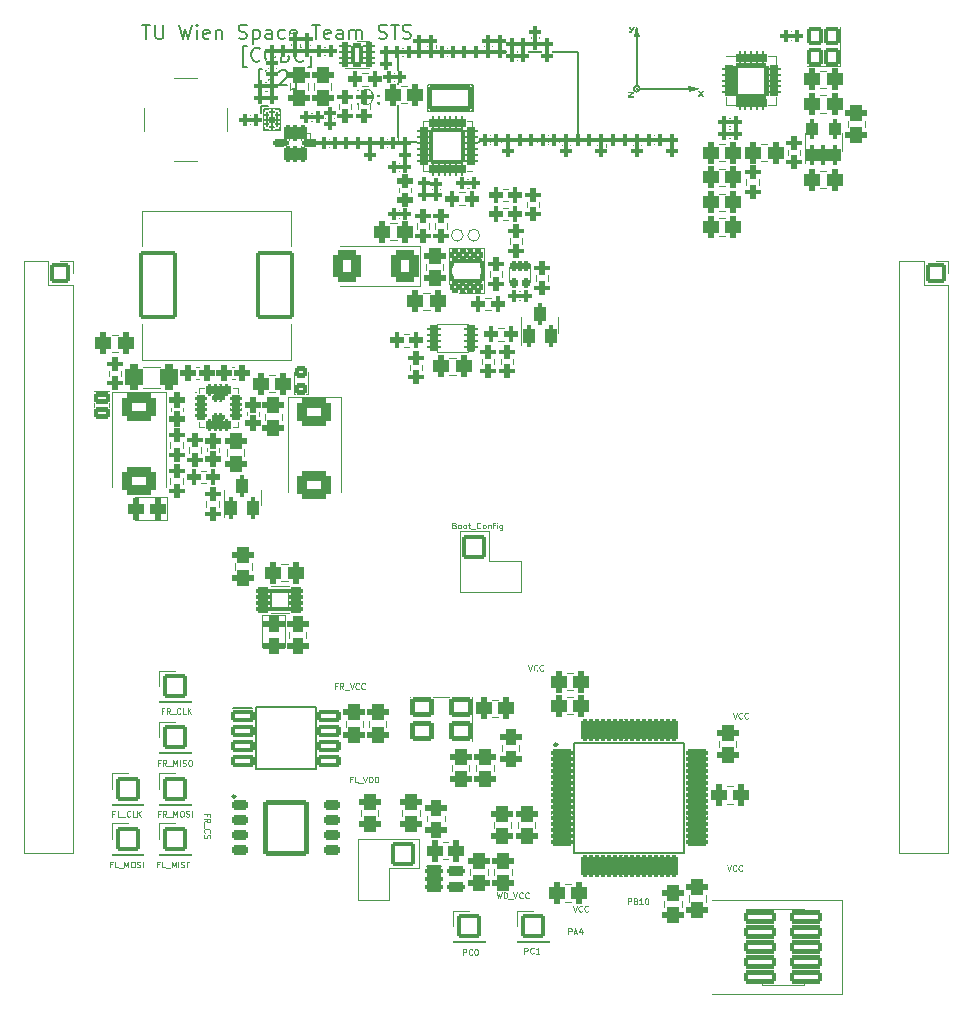
<source format=gto>
G04 #@! TF.GenerationSoftware,KiCad,Pcbnew,(6.0.5)*
G04 #@! TF.CreationDate,2022-07-17T17:02:58+02:00*
G04 #@! TF.ProjectId,STS1_COBC_V2,53545331-5f43-44f4-9243-5f56322e6b69,rev?*
G04 #@! TF.SameCoordinates,Original*
G04 #@! TF.FileFunction,Legend,Top*
G04 #@! TF.FilePolarity,Positive*
%FSLAX46Y46*%
G04 Gerber Fmt 4.6, Leading zero omitted, Abs format (unit mm)*
G04 Created by KiCad (PCBNEW (6.0.5)) date 2022-07-17 17:02:58*
%MOMM*%
%LPD*%
G01*
G04 APERTURE LIST*
G04 Aperture macros list*
%AMRoundRect*
0 Rectangle with rounded corners*
0 $1 Rounding radius*
0 $2 $3 $4 $5 $6 $7 $8 $9 X,Y pos of 4 corners*
0 Add a 4 corners polygon primitive as box body*
4,1,4,$2,$3,$4,$5,$6,$7,$8,$9,$2,$3,0*
0 Add four circle primitives for the rounded corners*
1,1,$1+$1,$2,$3*
1,1,$1+$1,$4,$5*
1,1,$1+$1,$6,$7*
1,1,$1+$1,$8,$9*
0 Add four rect primitives between the rounded corners*
20,1,$1+$1,$2,$3,$4,$5,0*
20,1,$1+$1,$4,$5,$6,$7,0*
20,1,$1+$1,$6,$7,$8,$9,0*
20,1,$1+$1,$8,$9,$2,$3,0*%
G04 Aperture macros list end*
%ADD10C,0.100000*%
%ADD11C,0.150000*%
%ADD12C,0.200000*%
%ADD13C,0.010000*%
%ADD14C,0.120000*%
%ADD15C,0.250000*%
%ADD16C,0.600000*%
%ADD17C,1.500000*%
%ADD18C,1.280000*%
%ADD19C,8.980000*%
%ADD20RoundRect,0.190000X-0.675000X-0.675000X0.675000X-0.675000X0.675000X0.675000X-0.675000X0.675000X0*%
%ADD21O,1.730000X1.730000*%
%ADD22RoundRect,0.330000X0.140000X0.170000X-0.140000X0.170000X-0.140000X-0.170000X0.140000X-0.170000X0*%
%ADD23RoundRect,0.440000X0.325000X0.650000X-0.325000X0.650000X-0.325000X-0.650000X0.325000X-0.650000X0*%
%ADD24RoundRect,0.337500X0.147500X0.172500X-0.147500X0.172500X-0.147500X-0.172500X0.147500X-0.172500X0*%
%ADD25RoundRect,0.190000X0.800000X0.650000X-0.800000X0.650000X-0.800000X-0.650000X0.800000X-0.650000X0*%
%ADD26C,0.980000*%
%ADD27RoundRect,0.440000X0.250000X0.475000X-0.250000X0.475000X-0.250000X-0.475000X0.250000X-0.475000X0*%
%ADD28RoundRect,0.440000X0.450000X-0.262500X0.450000X0.262500X-0.450000X0.262500X-0.450000X-0.262500X0*%
%ADD29RoundRect,0.330000X-0.140000X-0.170000X0.140000X-0.170000X0.140000X0.170000X-0.140000X0.170000X0*%
%ADD30RoundRect,0.415000X-0.250000X0.225000X-0.250000X-0.225000X0.250000X-0.225000X0.250000X0.225000X0*%
%ADD31RoundRect,0.440000X-0.250000X-0.475000X0.250000X-0.475000X0.250000X0.475000X-0.250000X0.475000X0*%
%ADD32RoundRect,0.330000X0.170000X-0.140000X0.170000X0.140000X-0.170000X0.140000X-0.170000X-0.140000X0*%
%ADD33RoundRect,0.340000X0.150000X-0.587500X0.150000X0.587500X-0.150000X0.587500X-0.150000X-0.587500X0*%
%ADD34RoundRect,0.415000X-0.225000X-0.250000X0.225000X-0.250000X0.225000X0.250000X-0.225000X0.250000X0*%
%ADD35RoundRect,0.440000X-0.475000X0.250000X-0.475000X-0.250000X0.475000X-0.250000X0.475000X0.250000X0*%
%ADD36RoundRect,0.390000X0.275000X-0.200000X0.275000X0.200000X-0.275000X0.200000X-0.275000X-0.200000X0*%
%ADD37C,0.430000*%
%ADD38RoundRect,0.190000X0.825000X-0.325000X0.825000X0.325000X-0.825000X0.325000X-0.825000X-0.325000X0*%
%ADD39RoundRect,0.390000X-0.275000X0.200000X-0.275000X-0.200000X0.275000X-0.200000X0.275000X0.200000X0*%
%ADD40RoundRect,0.190000X-0.850000X-0.850000X0.850000X-0.850000X0.850000X0.850000X-0.850000X0.850000X0*%
%ADD41RoundRect,0.440000X-0.262500X-0.450000X0.262500X-0.450000X0.262500X0.450000X-0.262500X0.450000X0*%
%ADD42RoundRect,0.330000X-0.170000X0.140000X-0.170000X-0.140000X0.170000X-0.140000X0.170000X0.140000X0*%
%ADD43RoundRect,0.190000X0.475000X-0.225000X0.475000X0.225000X-0.475000X0.225000X-0.475000X-0.225000X0*%
%ADD44RoundRect,0.190000X-1.725000X-2.175000X1.725000X-2.175000X1.725000X2.175000X-1.725000X2.175000X0*%
%ADD45RoundRect,0.252500X0.350000X0.062500X-0.350000X0.062500X-0.350000X-0.062500X0.350000X-0.062500X0*%
%ADD46RoundRect,0.252500X0.062500X0.350000X-0.062500X0.350000X-0.062500X-0.350000X0.062500X-0.350000X0*%
%ADD47RoundRect,0.190000X1.350000X1.350000X-1.350000X1.350000X-1.350000X-1.350000X1.350000X-1.350000X0*%
%ADD48RoundRect,0.190000X0.850000X-0.850000X0.850000X0.850000X-0.850000X0.850000X-0.850000X-0.850000X0*%
%ADD49O,2.080000X2.080000*%
%ADD50RoundRect,0.337500X-0.172500X0.147500X-0.172500X-0.147500X0.172500X-0.147500X0.172500X0.147500X0*%
%ADD51RoundRect,0.408750X-0.256250X0.218750X-0.256250X-0.218750X0.256250X-0.218750X0.256250X0.218750X0*%
%ADD52RoundRect,0.440000X0.787500X0.925000X-0.787500X0.925000X-0.787500X-0.925000X0.787500X-0.925000X0*%
%ADD53RoundRect,0.390000X-0.200000X-0.275000X0.200000X-0.275000X0.200000X0.275000X-0.200000X0.275000X0*%
%ADD54RoundRect,0.390000X0.200000X0.275000X-0.200000X0.275000X-0.200000X-0.275000X0.200000X-0.275000X0*%
%ADD55RoundRect,0.440000X-0.450000X0.262500X-0.450000X-0.262500X0.450000X-0.262500X0.450000X0.262500X0*%
%ADD56C,2.620000*%
%ADD57C,3.120000*%
%ADD58RoundRect,0.433750X0.243750X0.456250X-0.243750X0.456250X-0.243750X-0.456250X0.243750X-0.456250X0*%
%ADD59RoundRect,0.190000X-0.876300X-0.774700X0.876300X-0.774700X0.876300X0.774700X-0.876300X0.774700X0*%
%ADD60RoundRect,0.190000X-0.403999X-0.127400X0.403999X-0.127400X0.403999X0.127400X-0.403999X0.127400X0*%
%ADD61RoundRect,0.440000X0.475000X-0.250000X0.475000X0.250000X-0.475000X0.250000X-0.475000X-0.250000X0*%
%ADD62RoundRect,0.190000X-0.355600X-0.127000X0.355600X-0.127000X0.355600X0.127000X-0.355600X0.127000X0*%
%ADD63RoundRect,0.190000X-0.127000X-0.355600X0.127000X-0.355600X0.127000X0.355600X-0.127000X0.355600X0*%
%ADD64RoundRect,0.190000X-0.127000X-0.596900X0.127000X-0.596900X0.127000X0.596900X-0.127000X0.596900X0*%
%ADD65RoundRect,0.433750X-0.456250X0.243750X-0.456250X-0.243750X0.456250X-0.243750X0.456250X0.243750X0*%
%ADD66RoundRect,0.252500X-0.362500X-0.062500X0.362500X-0.062500X0.362500X0.062500X-0.362500X0.062500X0*%
%ADD67RoundRect,0.252500X-0.062500X-0.362500X0.062500X-0.362500X0.062500X0.362500X-0.062500X0.362500X0*%
%ADD68RoundRect,0.190000X-1.300000X-1.300000X1.300000X-1.300000X1.300000X1.300000X-1.300000X1.300000X0*%
%ADD69RoundRect,0.190000X-0.500000X-0.312500X0.500000X-0.312500X0.500000X0.312500X-0.500000X0.312500X0*%
%ADD70RoundRect,0.415000X0.225000X0.250000X-0.225000X0.250000X-0.225000X-0.250000X0.225000X-0.250000X0*%
%ADD71RoundRect,0.337500X-0.147500X-0.172500X0.147500X-0.172500X0.147500X0.172500X-0.147500X0.172500X0*%
%ADD72RoundRect,0.190000X-0.235000X-0.280000X0.235000X-0.280000X0.235000X0.280000X-0.235000X0.280000X0*%
%ADD73RoundRect,0.190000X-1.260000X-0.850000X1.260000X-0.850000X1.260000X0.850000X-1.260000X0.850000X0*%
%ADD74C,1.380000*%
%ADD75RoundRect,0.190000X0.375000X0.125000X-0.375000X0.125000X-0.375000X-0.125000X0.375000X-0.125000X0*%
%ADD76RoundRect,0.190000X0.500000X-0.575000X0.500000X0.575000X-0.500000X0.575000X-0.500000X-0.575000X0*%
%ADD77RoundRect,0.190000X0.737500X-0.150000X0.737500X0.150000X-0.737500X0.150000X-0.737500X-0.150000X0*%
%ADD78RoundRect,0.190000X-0.150000X-0.737500X0.150000X-0.737500X0.150000X0.737500X-0.150000X0.737500X0*%
%ADD79RoundRect,0.190000X-1.450000X-2.700000X1.450000X-2.700000X1.450000X2.700000X-1.450000X2.700000X0*%
%ADD80RoundRect,0.190000X-0.350000X0.300000X-0.350000X-0.300000X0.350000X-0.300000X0.350000X0.300000X0*%
%ADD81RoundRect,0.440000X-1.025000X0.787500X-1.025000X-0.787500X1.025000X-0.787500X1.025000X0.787500X0*%
%ADD82RoundRect,0.190000X-0.175000X-0.500000X0.175000X-0.500000X0.175000X0.500000X-0.175000X0.500000X0*%
%ADD83RoundRect,0.190000X-0.500000X0.175000X-0.500000X-0.175000X0.500000X-0.175000X0.500000X0.175000X0*%
%ADD84RoundRect,0.337500X0.172500X-0.147500X0.172500X0.147500X-0.172500X0.147500X-0.172500X-0.147500X0*%
%ADD85RoundRect,0.190000X-0.150000X0.225000X-0.150000X-0.225000X0.150000X-0.225000X0.150000X0.225000X0*%
%ADD86RoundRect,0.190000X-1.700000X-0.900000X1.700000X-0.900000X1.700000X0.900000X-1.700000X0.900000X0*%
%ADD87RoundRect,0.265000X-0.275000X-0.075000X0.275000X-0.075000X0.275000X0.075000X-0.275000X0.075000X0*%
%ADD88RoundRect,0.190000X-0.350000X-0.800000X0.350000X-0.800000X0.350000X0.800000X-0.350000X0.800000X0*%
%ADD89RoundRect,0.190000X0.600000X-0.200000X0.600000X0.200000X-0.600000X0.200000X-0.600000X-0.200000X0*%
%ADD90RoundRect,0.210000X-0.080000X-0.080000X0.080000X-0.080000X0.080000X0.080000X-0.080000X0.080000X0*%
%ADD91RoundRect,0.210000X-0.080000X-0.280000X0.080000X-0.280000X0.080000X0.280000X-0.080000X0.280000X0*%
%ADD92RoundRect,0.340000X0.150000X-0.512500X0.150000X0.512500X-0.150000X0.512500X-0.150000X-0.512500X0*%
%ADD93RoundRect,0.190000X-1.200000X-0.370000X1.200000X-0.370000X1.200000X0.370000X-1.200000X0.370000X0*%
G04 APERTURE END LIST*
D10*
X160115873Y-97476190D02*
X160282540Y-97976190D01*
X160449206Y-97476190D01*
X160901587Y-97928571D02*
X160877778Y-97952380D01*
X160806349Y-97976190D01*
X160758730Y-97976190D01*
X160687301Y-97952380D01*
X160639682Y-97904761D01*
X160615873Y-97857142D01*
X160592063Y-97761904D01*
X160592063Y-97690476D01*
X160615873Y-97595238D01*
X160639682Y-97547619D01*
X160687301Y-97500000D01*
X160758730Y-97476190D01*
X160806349Y-97476190D01*
X160877778Y-97500000D01*
X160901587Y-97523809D01*
X161401587Y-97928571D02*
X161377778Y-97952380D01*
X161306349Y-97976190D01*
X161258730Y-97976190D01*
X161187301Y-97952380D01*
X161139682Y-97904761D01*
X161115873Y-97857142D01*
X161092063Y-97761904D01*
X161092063Y-97690476D01*
X161115873Y-97595238D01*
X161139682Y-97547619D01*
X161187301Y-97500000D01*
X161258730Y-97476190D01*
X161306349Y-97476190D01*
X161377778Y-97500000D01*
X161401587Y-97523809D01*
X163549206Y-120276190D02*
X163549206Y-119776190D01*
X163739682Y-119776190D01*
X163787301Y-119800000D01*
X163811111Y-119823809D01*
X163834920Y-119871428D01*
X163834920Y-119942857D01*
X163811111Y-119990476D01*
X163787301Y-120014285D01*
X163739682Y-120038095D01*
X163549206Y-120038095D01*
X164025397Y-120133333D02*
X164263492Y-120133333D01*
X163977778Y-120276190D02*
X164144444Y-119776190D01*
X164311111Y-120276190D01*
X164692063Y-119942857D02*
X164692063Y-120276190D01*
X164573016Y-119752380D02*
X164453968Y-120109523D01*
X164763492Y-120109523D01*
X163915873Y-117876190D02*
X164082540Y-118376190D01*
X164249206Y-117876190D01*
X164701587Y-118328571D02*
X164677778Y-118352380D01*
X164606349Y-118376190D01*
X164558730Y-118376190D01*
X164487301Y-118352380D01*
X164439682Y-118304761D01*
X164415873Y-118257142D01*
X164392063Y-118161904D01*
X164392063Y-118090476D01*
X164415873Y-117995238D01*
X164439682Y-117947619D01*
X164487301Y-117900000D01*
X164558730Y-117876190D01*
X164606349Y-117876190D01*
X164677778Y-117900000D01*
X164701587Y-117923809D01*
X165201587Y-118328571D02*
X165177778Y-118352380D01*
X165106349Y-118376190D01*
X165058730Y-118376190D01*
X164987301Y-118352380D01*
X164939682Y-118304761D01*
X164915873Y-118257142D01*
X164892063Y-118161904D01*
X164892063Y-118090476D01*
X164915873Y-117995238D01*
X164939682Y-117947619D01*
X164987301Y-117900000D01*
X165058730Y-117876190D01*
X165106349Y-117876190D01*
X165177778Y-117900000D01*
X165201587Y-117923809D01*
X177465873Y-101526190D02*
X177632540Y-102026190D01*
X177799206Y-101526190D01*
X178251587Y-101978571D02*
X178227778Y-102002380D01*
X178156349Y-102026190D01*
X178108730Y-102026190D01*
X178037301Y-102002380D01*
X177989682Y-101954761D01*
X177965873Y-101907142D01*
X177942063Y-101811904D01*
X177942063Y-101740476D01*
X177965873Y-101645238D01*
X177989682Y-101597619D01*
X178037301Y-101550000D01*
X178108730Y-101526190D01*
X178156349Y-101526190D01*
X178227778Y-101550000D01*
X178251587Y-101573809D01*
X178751587Y-101978571D02*
X178727778Y-102002380D01*
X178656349Y-102026190D01*
X178608730Y-102026190D01*
X178537301Y-102002380D01*
X178489682Y-101954761D01*
X178465873Y-101907142D01*
X178442063Y-101811904D01*
X178442063Y-101740476D01*
X178465873Y-101645238D01*
X178489682Y-101597619D01*
X178537301Y-101550000D01*
X178608730Y-101526190D01*
X178656349Y-101526190D01*
X178727778Y-101550000D01*
X178751587Y-101573809D01*
X168575397Y-117726190D02*
X168575397Y-117226190D01*
X168765873Y-117226190D01*
X168813492Y-117250000D01*
X168837301Y-117273809D01*
X168861111Y-117321428D01*
X168861111Y-117392857D01*
X168837301Y-117440476D01*
X168813492Y-117464285D01*
X168765873Y-117488095D01*
X168575397Y-117488095D01*
X169242063Y-117464285D02*
X169313492Y-117488095D01*
X169337301Y-117511904D01*
X169361111Y-117559523D01*
X169361111Y-117630952D01*
X169337301Y-117678571D01*
X169313492Y-117702380D01*
X169265873Y-117726190D01*
X169075397Y-117726190D01*
X169075397Y-117226190D01*
X169242063Y-117226190D01*
X169289682Y-117250000D01*
X169313492Y-117273809D01*
X169337301Y-117321428D01*
X169337301Y-117369047D01*
X169313492Y-117416666D01*
X169289682Y-117440476D01*
X169242063Y-117464285D01*
X169075397Y-117464285D01*
X169837301Y-117726190D02*
X169551587Y-117726190D01*
X169694444Y-117726190D02*
X169694444Y-117226190D01*
X169646825Y-117297619D01*
X169599206Y-117345238D01*
X169551587Y-117369047D01*
X170146825Y-117226190D02*
X170194444Y-117226190D01*
X170242063Y-117250000D01*
X170265873Y-117273809D01*
X170289682Y-117321428D01*
X170313492Y-117416666D01*
X170313492Y-117535714D01*
X170289682Y-117630952D01*
X170265873Y-117678571D01*
X170242063Y-117702380D01*
X170194444Y-117726190D01*
X170146825Y-117726190D01*
X170099206Y-117702380D01*
X170075397Y-117678571D01*
X170051587Y-117630952D01*
X170027778Y-117535714D01*
X170027778Y-117416666D01*
X170051587Y-117321428D01*
X170075397Y-117273809D01*
X170099206Y-117250000D01*
X170146825Y-117226190D01*
X176965873Y-114426190D02*
X177132540Y-114926190D01*
X177299206Y-114426190D01*
X177751587Y-114878571D02*
X177727778Y-114902380D01*
X177656349Y-114926190D01*
X177608730Y-114926190D01*
X177537301Y-114902380D01*
X177489682Y-114854761D01*
X177465873Y-114807142D01*
X177442063Y-114711904D01*
X177442063Y-114640476D01*
X177465873Y-114545238D01*
X177489682Y-114497619D01*
X177537301Y-114450000D01*
X177608730Y-114426190D01*
X177656349Y-114426190D01*
X177727778Y-114450000D01*
X177751587Y-114473809D01*
X178251587Y-114878571D02*
X178227778Y-114902380D01*
X178156349Y-114926190D01*
X178108730Y-114926190D01*
X178037301Y-114902380D01*
X177989682Y-114854761D01*
X177965873Y-114807142D01*
X177942063Y-114711904D01*
X177942063Y-114640476D01*
X177965873Y-114545238D01*
X177989682Y-114497619D01*
X178037301Y-114450000D01*
X178108730Y-114426190D01*
X178156349Y-114426190D01*
X178227778Y-114450000D01*
X178251587Y-114473809D01*
X157463492Y-116726190D02*
X157582540Y-117226190D01*
X157677778Y-116869047D01*
X157773016Y-117226190D01*
X157892063Y-116726190D01*
X158082540Y-117226190D02*
X158082540Y-116726190D01*
X158201587Y-116726190D01*
X158273016Y-116750000D01*
X158320635Y-116797619D01*
X158344444Y-116845238D01*
X158368254Y-116940476D01*
X158368254Y-117011904D01*
X158344444Y-117107142D01*
X158320635Y-117154761D01*
X158273016Y-117202380D01*
X158201587Y-117226190D01*
X158082540Y-117226190D01*
X158463492Y-117273809D02*
X158844444Y-117273809D01*
X158892063Y-116726190D02*
X159058730Y-117226190D01*
X159225397Y-116726190D01*
X159677778Y-117178571D02*
X159653968Y-117202380D01*
X159582540Y-117226190D01*
X159534920Y-117226190D01*
X159463492Y-117202380D01*
X159415873Y-117154761D01*
X159392063Y-117107142D01*
X159368254Y-117011904D01*
X159368254Y-116940476D01*
X159392063Y-116845238D01*
X159415873Y-116797619D01*
X159463492Y-116750000D01*
X159534920Y-116726190D01*
X159582540Y-116726190D01*
X159653968Y-116750000D01*
X159677778Y-116773809D01*
X160177778Y-117178571D02*
X160153968Y-117202380D01*
X160082540Y-117226190D01*
X160034920Y-117226190D01*
X159963492Y-117202380D01*
X159915873Y-117154761D01*
X159892063Y-117107142D01*
X159868254Y-117011904D01*
X159868254Y-116940476D01*
X159892063Y-116845238D01*
X159915873Y-116797619D01*
X159963492Y-116750000D01*
X160034920Y-116726190D01*
X160082540Y-116726190D01*
X160153968Y-116750000D01*
X160177778Y-116773809D01*
X143949206Y-99264285D02*
X143782540Y-99264285D01*
X143782540Y-99526190D02*
X143782540Y-99026190D01*
X144020635Y-99026190D01*
X144496825Y-99526190D02*
X144330159Y-99288095D01*
X144211111Y-99526190D02*
X144211111Y-99026190D01*
X144401587Y-99026190D01*
X144449206Y-99050000D01*
X144473016Y-99073809D01*
X144496825Y-99121428D01*
X144496825Y-99192857D01*
X144473016Y-99240476D01*
X144449206Y-99264285D01*
X144401587Y-99288095D01*
X144211111Y-99288095D01*
X144592063Y-99573809D02*
X144973016Y-99573809D01*
X145020635Y-99026190D02*
X145187301Y-99526190D01*
X145353968Y-99026190D01*
X145806349Y-99478571D02*
X145782540Y-99502380D01*
X145711111Y-99526190D01*
X145663492Y-99526190D01*
X145592063Y-99502380D01*
X145544444Y-99454761D01*
X145520635Y-99407142D01*
X145496825Y-99311904D01*
X145496825Y-99240476D01*
X145520635Y-99145238D01*
X145544444Y-99097619D01*
X145592063Y-99050000D01*
X145663492Y-99026190D01*
X145711111Y-99026190D01*
X145782540Y-99050000D01*
X145806349Y-99073809D01*
X146306349Y-99478571D02*
X146282540Y-99502380D01*
X146211111Y-99526190D01*
X146163492Y-99526190D01*
X146092063Y-99502380D01*
X146044444Y-99454761D01*
X146020635Y-99407142D01*
X145996825Y-99311904D01*
X145996825Y-99240476D01*
X146020635Y-99145238D01*
X146044444Y-99097619D01*
X146092063Y-99050000D01*
X146163492Y-99026190D01*
X146211111Y-99026190D01*
X146282540Y-99050000D01*
X146306349Y-99073809D01*
X145196825Y-107164285D02*
X145030159Y-107164285D01*
X145030159Y-107426190D02*
X145030159Y-106926190D01*
X145268254Y-106926190D01*
X145696825Y-107426190D02*
X145458730Y-107426190D01*
X145458730Y-106926190D01*
X145744444Y-107473809D02*
X146125397Y-107473809D01*
X146173016Y-106926190D02*
X146339682Y-107426190D01*
X146506349Y-106926190D01*
X146673016Y-107426190D02*
X146673016Y-106926190D01*
X146792063Y-106926190D01*
X146863492Y-106950000D01*
X146911111Y-106997619D01*
X146934920Y-107045238D01*
X146958730Y-107140476D01*
X146958730Y-107211904D01*
X146934920Y-107307142D01*
X146911111Y-107354761D01*
X146863492Y-107402380D01*
X146792063Y-107426190D01*
X146673016Y-107426190D01*
X147173016Y-107426190D02*
X147173016Y-106926190D01*
X147292063Y-106926190D01*
X147363492Y-106950000D01*
X147411111Y-106997619D01*
X147434920Y-107045238D01*
X147458730Y-107140476D01*
X147458730Y-107211904D01*
X147434920Y-107307142D01*
X147411111Y-107354761D01*
X147363492Y-107402380D01*
X147292063Y-107426190D01*
X147173016Y-107426190D01*
X154613492Y-122026190D02*
X154613492Y-121526190D01*
X154803968Y-121526190D01*
X154851587Y-121550000D01*
X154875397Y-121573809D01*
X154899206Y-121621428D01*
X154899206Y-121692857D01*
X154875397Y-121740476D01*
X154851587Y-121764285D01*
X154803968Y-121788095D01*
X154613492Y-121788095D01*
X155399206Y-121978571D02*
X155375397Y-122002380D01*
X155303968Y-122026190D01*
X155256349Y-122026190D01*
X155184920Y-122002380D01*
X155137301Y-121954761D01*
X155113492Y-121907142D01*
X155089682Y-121811904D01*
X155089682Y-121740476D01*
X155113492Y-121645238D01*
X155137301Y-121597619D01*
X155184920Y-121550000D01*
X155256349Y-121526190D01*
X155303968Y-121526190D01*
X155375397Y-121550000D01*
X155399206Y-121573809D01*
X155708730Y-121526190D02*
X155756349Y-121526190D01*
X155803968Y-121550000D01*
X155827778Y-121573809D01*
X155851587Y-121621428D01*
X155875397Y-121716666D01*
X155875397Y-121835714D01*
X155851587Y-121930952D01*
X155827778Y-121978571D01*
X155803968Y-122002380D01*
X155756349Y-122026190D01*
X155708730Y-122026190D01*
X155661111Y-122002380D01*
X155637301Y-121978571D01*
X155613492Y-121930952D01*
X155589682Y-121835714D01*
X155589682Y-121716666D01*
X155613492Y-121621428D01*
X155637301Y-121573809D01*
X155661111Y-121550000D01*
X155708730Y-121526190D01*
X159813492Y-121926190D02*
X159813492Y-121426190D01*
X160003968Y-121426190D01*
X160051587Y-121450000D01*
X160075397Y-121473809D01*
X160099206Y-121521428D01*
X160099206Y-121592857D01*
X160075397Y-121640476D01*
X160051587Y-121664285D01*
X160003968Y-121688095D01*
X159813492Y-121688095D01*
X160599206Y-121878571D02*
X160575397Y-121902380D01*
X160503968Y-121926190D01*
X160456349Y-121926190D01*
X160384920Y-121902380D01*
X160337301Y-121854761D01*
X160313492Y-121807142D01*
X160289682Y-121711904D01*
X160289682Y-121640476D01*
X160313492Y-121545238D01*
X160337301Y-121497619D01*
X160384920Y-121450000D01*
X160456349Y-121426190D01*
X160503968Y-121426190D01*
X160575397Y-121450000D01*
X160599206Y-121473809D01*
X161075397Y-121926190D02*
X160789682Y-121926190D01*
X160932540Y-121926190D02*
X160932540Y-121426190D01*
X160884920Y-121497619D01*
X160837301Y-121545238D01*
X160789682Y-121569047D01*
X153892063Y-85664285D02*
X153963492Y-85688095D01*
X153987301Y-85711904D01*
X154011111Y-85759523D01*
X154011111Y-85830952D01*
X153987301Y-85878571D01*
X153963492Y-85902380D01*
X153915873Y-85926190D01*
X153725397Y-85926190D01*
X153725397Y-85426190D01*
X153892063Y-85426190D01*
X153939682Y-85450000D01*
X153963492Y-85473809D01*
X153987301Y-85521428D01*
X153987301Y-85569047D01*
X153963492Y-85616666D01*
X153939682Y-85640476D01*
X153892063Y-85664285D01*
X153725397Y-85664285D01*
X154296825Y-85926190D02*
X154249206Y-85902380D01*
X154225397Y-85878571D01*
X154201587Y-85830952D01*
X154201587Y-85688095D01*
X154225397Y-85640476D01*
X154249206Y-85616666D01*
X154296825Y-85592857D01*
X154368254Y-85592857D01*
X154415873Y-85616666D01*
X154439682Y-85640476D01*
X154463492Y-85688095D01*
X154463492Y-85830952D01*
X154439682Y-85878571D01*
X154415873Y-85902380D01*
X154368254Y-85926190D01*
X154296825Y-85926190D01*
X154749206Y-85926190D02*
X154701587Y-85902380D01*
X154677778Y-85878571D01*
X154653968Y-85830952D01*
X154653968Y-85688095D01*
X154677778Y-85640476D01*
X154701587Y-85616666D01*
X154749206Y-85592857D01*
X154820635Y-85592857D01*
X154868254Y-85616666D01*
X154892063Y-85640476D01*
X154915873Y-85688095D01*
X154915873Y-85830952D01*
X154892063Y-85878571D01*
X154868254Y-85902380D01*
X154820635Y-85926190D01*
X154749206Y-85926190D01*
X155058730Y-85592857D02*
X155249206Y-85592857D01*
X155130159Y-85426190D02*
X155130159Y-85854761D01*
X155153968Y-85902380D01*
X155201587Y-85926190D01*
X155249206Y-85926190D01*
X155296825Y-85973809D02*
X155677778Y-85973809D01*
X156082540Y-85878571D02*
X156058730Y-85902380D01*
X155987301Y-85926190D01*
X155939682Y-85926190D01*
X155868254Y-85902380D01*
X155820635Y-85854761D01*
X155796825Y-85807142D01*
X155773016Y-85711904D01*
X155773016Y-85640476D01*
X155796825Y-85545238D01*
X155820635Y-85497619D01*
X155868254Y-85450000D01*
X155939682Y-85426190D01*
X155987301Y-85426190D01*
X156058730Y-85450000D01*
X156082540Y-85473809D01*
X156368254Y-85926190D02*
X156320635Y-85902380D01*
X156296825Y-85878571D01*
X156273016Y-85830952D01*
X156273016Y-85688095D01*
X156296825Y-85640476D01*
X156320635Y-85616666D01*
X156368254Y-85592857D01*
X156439682Y-85592857D01*
X156487301Y-85616666D01*
X156511111Y-85640476D01*
X156534920Y-85688095D01*
X156534920Y-85830952D01*
X156511111Y-85878571D01*
X156487301Y-85902380D01*
X156439682Y-85926190D01*
X156368254Y-85926190D01*
X156749206Y-85592857D02*
X156749206Y-85926190D01*
X156749206Y-85640476D02*
X156773016Y-85616666D01*
X156820635Y-85592857D01*
X156892063Y-85592857D01*
X156939682Y-85616666D01*
X156963492Y-85664285D01*
X156963492Y-85926190D01*
X157130159Y-85592857D02*
X157320635Y-85592857D01*
X157201587Y-85926190D02*
X157201587Y-85497619D01*
X157225397Y-85450000D01*
X157273016Y-85426190D01*
X157320635Y-85426190D01*
X157487301Y-85926190D02*
X157487301Y-85592857D01*
X157487301Y-85426190D02*
X157463492Y-85450000D01*
X157487301Y-85473809D01*
X157511111Y-85450000D01*
X157487301Y-85426190D01*
X157487301Y-85473809D01*
X157939682Y-85592857D02*
X157939682Y-85997619D01*
X157915873Y-86045238D01*
X157892063Y-86069047D01*
X157844444Y-86092857D01*
X157773016Y-86092857D01*
X157725397Y-86069047D01*
X157939682Y-85902380D02*
X157892063Y-85926190D01*
X157796825Y-85926190D01*
X157749206Y-85902380D01*
X157725397Y-85878571D01*
X157701587Y-85830952D01*
X157701587Y-85688095D01*
X157725397Y-85640476D01*
X157749206Y-85616666D01*
X157796825Y-85592857D01*
X157892063Y-85592857D01*
X157939682Y-85616666D01*
X129261111Y-101364285D02*
X129094444Y-101364285D01*
X129094444Y-101626190D02*
X129094444Y-101126190D01*
X129332540Y-101126190D01*
X129808730Y-101626190D02*
X129642063Y-101388095D01*
X129523016Y-101626190D02*
X129523016Y-101126190D01*
X129713492Y-101126190D01*
X129761111Y-101150000D01*
X129784920Y-101173809D01*
X129808730Y-101221428D01*
X129808730Y-101292857D01*
X129784920Y-101340476D01*
X129761111Y-101364285D01*
X129713492Y-101388095D01*
X129523016Y-101388095D01*
X129903968Y-101673809D02*
X130284920Y-101673809D01*
X130689682Y-101578571D02*
X130665873Y-101602380D01*
X130594444Y-101626190D01*
X130546825Y-101626190D01*
X130475397Y-101602380D01*
X130427778Y-101554761D01*
X130403968Y-101507142D01*
X130380159Y-101411904D01*
X130380159Y-101340476D01*
X130403968Y-101245238D01*
X130427778Y-101197619D01*
X130475397Y-101150000D01*
X130546825Y-101126190D01*
X130594444Y-101126190D01*
X130665873Y-101150000D01*
X130689682Y-101173809D01*
X131142063Y-101626190D02*
X130903968Y-101626190D01*
X130903968Y-101126190D01*
X131308730Y-101626190D02*
X131308730Y-101126190D01*
X131594444Y-101626190D02*
X131380159Y-101340476D01*
X131594444Y-101126190D02*
X131308730Y-101411904D01*
X128958730Y-105764285D02*
X128792063Y-105764285D01*
X128792063Y-106026190D02*
X128792063Y-105526190D01*
X129030159Y-105526190D01*
X129506349Y-106026190D02*
X129339682Y-105788095D01*
X129220635Y-106026190D02*
X129220635Y-105526190D01*
X129411111Y-105526190D01*
X129458730Y-105550000D01*
X129482540Y-105573809D01*
X129506349Y-105621428D01*
X129506349Y-105692857D01*
X129482540Y-105740476D01*
X129458730Y-105764285D01*
X129411111Y-105788095D01*
X129220635Y-105788095D01*
X129601587Y-106073809D02*
X129982540Y-106073809D01*
X130101587Y-106026190D02*
X130101587Y-105526190D01*
X130268254Y-105883333D01*
X130434920Y-105526190D01*
X130434920Y-106026190D01*
X130673016Y-106026190D02*
X130673016Y-105526190D01*
X130887301Y-106002380D02*
X130958730Y-106026190D01*
X131077778Y-106026190D01*
X131125397Y-106002380D01*
X131149206Y-105978571D01*
X131173016Y-105930952D01*
X131173016Y-105883333D01*
X131149206Y-105835714D01*
X131125397Y-105811904D01*
X131077778Y-105788095D01*
X130982540Y-105764285D01*
X130934920Y-105740476D01*
X130911111Y-105716666D01*
X130887301Y-105669047D01*
X130887301Y-105621428D01*
X130911111Y-105573809D01*
X130934920Y-105550000D01*
X130982540Y-105526190D01*
X131101587Y-105526190D01*
X131173016Y-105550000D01*
X131482540Y-105526190D02*
X131577778Y-105526190D01*
X131625397Y-105550000D01*
X131673016Y-105597619D01*
X131696825Y-105692857D01*
X131696825Y-105859523D01*
X131673016Y-105954761D01*
X131625397Y-106002380D01*
X131577778Y-106026190D01*
X131482540Y-106026190D01*
X131434920Y-106002380D01*
X131387301Y-105954761D01*
X131363492Y-105859523D01*
X131363492Y-105692857D01*
X131387301Y-105597619D01*
X131434920Y-105550000D01*
X131482540Y-105526190D01*
X132968254Y-110242857D02*
X132968254Y-110076190D01*
X132706349Y-110076190D02*
X133206349Y-110076190D01*
X133206349Y-110314285D01*
X132706349Y-110790476D02*
X132944444Y-110623809D01*
X132706349Y-110504761D02*
X133206349Y-110504761D01*
X133206349Y-110695238D01*
X133182540Y-110742857D01*
X133158730Y-110766666D01*
X133111111Y-110790476D01*
X133039682Y-110790476D01*
X132992063Y-110766666D01*
X132968254Y-110742857D01*
X132944444Y-110695238D01*
X132944444Y-110504761D01*
X132658730Y-110885714D02*
X132658730Y-111266666D01*
X132753968Y-111671428D02*
X132730159Y-111647619D01*
X132706349Y-111576190D01*
X132706349Y-111528571D01*
X132730159Y-111457142D01*
X132777778Y-111409523D01*
X132825397Y-111385714D01*
X132920635Y-111361904D01*
X132992063Y-111361904D01*
X133087301Y-111385714D01*
X133134920Y-111409523D01*
X133182540Y-111457142D01*
X133206349Y-111528571D01*
X133206349Y-111576190D01*
X133182540Y-111647619D01*
X133158730Y-111671428D01*
X132730159Y-111861904D02*
X132706349Y-111933333D01*
X132706349Y-112052380D01*
X132730159Y-112100000D01*
X132753968Y-112123809D01*
X132801587Y-112147619D01*
X132849206Y-112147619D01*
X132896825Y-112123809D01*
X132920635Y-112100000D01*
X132944444Y-112052380D01*
X132968254Y-111957142D01*
X132992063Y-111909523D01*
X133015873Y-111885714D01*
X133063492Y-111861904D01*
X133111111Y-111861904D01*
X133158730Y-111885714D01*
X133182540Y-111909523D01*
X133206349Y-111957142D01*
X133206349Y-112076190D01*
X133182540Y-112147619D01*
X128958730Y-110064285D02*
X128792063Y-110064285D01*
X128792063Y-110326190D02*
X128792063Y-109826190D01*
X129030159Y-109826190D01*
X129506349Y-110326190D02*
X129339682Y-110088095D01*
X129220635Y-110326190D02*
X129220635Y-109826190D01*
X129411111Y-109826190D01*
X129458730Y-109850000D01*
X129482540Y-109873809D01*
X129506349Y-109921428D01*
X129506349Y-109992857D01*
X129482540Y-110040476D01*
X129458730Y-110064285D01*
X129411111Y-110088095D01*
X129220635Y-110088095D01*
X129601587Y-110373809D02*
X129982540Y-110373809D01*
X130101587Y-110326190D02*
X130101587Y-109826190D01*
X130268254Y-110183333D01*
X130434920Y-109826190D01*
X130434920Y-110326190D01*
X130768254Y-109826190D02*
X130863492Y-109826190D01*
X130911111Y-109850000D01*
X130958730Y-109897619D01*
X130982540Y-109992857D01*
X130982540Y-110159523D01*
X130958730Y-110254761D01*
X130911111Y-110302380D01*
X130863492Y-110326190D01*
X130768254Y-110326190D01*
X130720635Y-110302380D01*
X130673016Y-110254761D01*
X130649206Y-110159523D01*
X130649206Y-109992857D01*
X130673016Y-109897619D01*
X130720635Y-109850000D01*
X130768254Y-109826190D01*
X131173016Y-110302380D02*
X131244444Y-110326190D01*
X131363492Y-110326190D01*
X131411111Y-110302380D01*
X131434920Y-110278571D01*
X131458730Y-110230952D01*
X131458730Y-110183333D01*
X131434920Y-110135714D01*
X131411111Y-110111904D01*
X131363492Y-110088095D01*
X131268254Y-110064285D01*
X131220635Y-110040476D01*
X131196825Y-110016666D01*
X131173016Y-109969047D01*
X131173016Y-109921428D01*
X131196825Y-109873809D01*
X131220635Y-109850000D01*
X131268254Y-109826190D01*
X131387301Y-109826190D01*
X131458730Y-109850000D01*
X131673016Y-110326190D02*
X131673016Y-109826190D01*
X125108730Y-110064285D02*
X124942063Y-110064285D01*
X124942063Y-110326190D02*
X124942063Y-109826190D01*
X125180159Y-109826190D01*
X125608730Y-110326190D02*
X125370635Y-110326190D01*
X125370635Y-109826190D01*
X125656349Y-110373809D02*
X126037301Y-110373809D01*
X126442063Y-110278571D02*
X126418254Y-110302380D01*
X126346825Y-110326190D01*
X126299206Y-110326190D01*
X126227778Y-110302380D01*
X126180159Y-110254761D01*
X126156349Y-110207142D01*
X126132540Y-110111904D01*
X126132540Y-110040476D01*
X126156349Y-109945238D01*
X126180159Y-109897619D01*
X126227778Y-109850000D01*
X126299206Y-109826190D01*
X126346825Y-109826190D01*
X126418254Y-109850000D01*
X126442063Y-109873809D01*
X126894444Y-110326190D02*
X126656349Y-110326190D01*
X126656349Y-109826190D01*
X127061111Y-110326190D02*
X127061111Y-109826190D01*
X127346825Y-110326190D02*
X127132540Y-110040476D01*
X127346825Y-109826190D02*
X127061111Y-110111904D01*
X128906349Y-114361785D02*
X128739682Y-114361785D01*
X128739682Y-114623690D02*
X128739682Y-114123690D01*
X128977778Y-114123690D01*
X129406349Y-114623690D02*
X129168254Y-114623690D01*
X129168254Y-114123690D01*
X129453968Y-114671309D02*
X129834920Y-114671309D01*
X129953968Y-114623690D02*
X129953968Y-114123690D01*
X130120635Y-114480833D01*
X130287301Y-114123690D01*
X130287301Y-114623690D01*
X130525397Y-114623690D02*
X130525397Y-114123690D01*
X130739682Y-114599880D02*
X130811111Y-114623690D01*
X130930159Y-114623690D01*
X130977778Y-114599880D01*
X131001587Y-114576071D01*
X131025397Y-114528452D01*
X131025397Y-114480833D01*
X131001587Y-114433214D01*
X130977778Y-114409404D01*
X130930159Y-114385595D01*
X130834920Y-114361785D01*
X130787301Y-114337976D01*
X130763492Y-114314166D01*
X130739682Y-114266547D01*
X130739682Y-114218928D01*
X130763492Y-114171309D01*
X130787301Y-114147500D01*
X130834920Y-114123690D01*
X130953968Y-114123690D01*
X131025397Y-114147500D01*
X131334920Y-114123690D02*
X131430159Y-114123690D01*
X131477778Y-114147500D01*
X131525397Y-114195119D01*
X131549206Y-114290357D01*
X131549206Y-114457023D01*
X131525397Y-114552261D01*
X131477778Y-114599880D01*
X131430159Y-114623690D01*
X131334920Y-114623690D01*
X131287301Y-114599880D01*
X131239682Y-114552261D01*
X131215873Y-114457023D01*
X131215873Y-114290357D01*
X131239682Y-114195119D01*
X131287301Y-114147500D01*
X131334920Y-114123690D01*
X124906349Y-114364285D02*
X124739682Y-114364285D01*
X124739682Y-114626190D02*
X124739682Y-114126190D01*
X124977778Y-114126190D01*
X125406349Y-114626190D02*
X125168254Y-114626190D01*
X125168254Y-114126190D01*
X125453968Y-114673809D02*
X125834920Y-114673809D01*
X125953968Y-114626190D02*
X125953968Y-114126190D01*
X126120635Y-114483333D01*
X126287301Y-114126190D01*
X126287301Y-114626190D01*
X126620635Y-114126190D02*
X126715873Y-114126190D01*
X126763492Y-114150000D01*
X126811111Y-114197619D01*
X126834920Y-114292857D01*
X126834920Y-114459523D01*
X126811111Y-114554761D01*
X126763492Y-114602380D01*
X126715873Y-114626190D01*
X126620635Y-114626190D01*
X126573016Y-114602380D01*
X126525397Y-114554761D01*
X126501587Y-114459523D01*
X126501587Y-114292857D01*
X126525397Y-114197619D01*
X126573016Y-114150000D01*
X126620635Y-114126190D01*
X127025397Y-114602380D02*
X127096825Y-114626190D01*
X127215873Y-114626190D01*
X127263492Y-114602380D01*
X127287301Y-114578571D01*
X127311111Y-114530952D01*
X127311111Y-114483333D01*
X127287301Y-114435714D01*
X127263492Y-114411904D01*
X127215873Y-114388095D01*
X127120635Y-114364285D01*
X127073016Y-114340476D01*
X127049206Y-114316666D01*
X127025397Y-114269047D01*
X127025397Y-114221428D01*
X127049206Y-114173809D01*
X127073016Y-114150000D01*
X127120635Y-114126190D01*
X127239682Y-114126190D01*
X127311111Y-114150000D01*
X127525397Y-114626190D02*
X127525397Y-114126190D01*
D11*
X149122540Y-53220000D02*
X149122540Y-45600000D01*
X164372540Y-53230000D02*
X149132540Y-53230000D01*
X149122540Y-45600000D02*
X164362540Y-45600000D01*
X164362540Y-45600000D02*
X164362540Y-53220000D01*
D12*
X127467968Y-43280217D02*
X128153682Y-43280217D01*
X127810825Y-44480217D02*
X127810825Y-43280217D01*
X128553682Y-43280217D02*
X128553682Y-44251645D01*
X128610825Y-44365931D01*
X128667968Y-44423074D01*
X128782254Y-44480217D01*
X129010825Y-44480217D01*
X129125111Y-44423074D01*
X129182254Y-44365931D01*
X129239397Y-44251645D01*
X129239397Y-43280217D01*
X130610825Y-43280217D02*
X130896540Y-44480217D01*
X131125111Y-43623074D01*
X131353682Y-44480217D01*
X131639397Y-43280217D01*
X132096540Y-44480217D02*
X132096540Y-43680217D01*
X132096540Y-43280217D02*
X132039397Y-43337360D01*
X132096540Y-43394502D01*
X132153682Y-43337360D01*
X132096540Y-43280217D01*
X132096540Y-43394502D01*
X133125111Y-44423074D02*
X133010825Y-44480217D01*
X132782254Y-44480217D01*
X132667968Y-44423074D01*
X132610825Y-44308788D01*
X132610825Y-43851645D01*
X132667968Y-43737360D01*
X132782254Y-43680217D01*
X133010825Y-43680217D01*
X133125111Y-43737360D01*
X133182254Y-43851645D01*
X133182254Y-43965931D01*
X132610825Y-44080217D01*
X133696539Y-43680217D02*
X133696539Y-44480217D01*
X133696539Y-43794502D02*
X133753682Y-43737360D01*
X133867968Y-43680217D01*
X134039397Y-43680217D01*
X134153682Y-43737360D01*
X134210825Y-43851645D01*
X134210825Y-44480217D01*
X135639397Y-44423074D02*
X135810825Y-44480217D01*
X136096540Y-44480217D01*
X136210825Y-44423074D01*
X136267968Y-44365931D01*
X136325111Y-44251645D01*
X136325111Y-44137360D01*
X136267968Y-44023074D01*
X136210825Y-43965931D01*
X136096540Y-43908788D01*
X135867968Y-43851645D01*
X135753682Y-43794502D01*
X135696540Y-43737360D01*
X135639397Y-43623074D01*
X135639397Y-43508788D01*
X135696540Y-43394502D01*
X135753682Y-43337360D01*
X135867968Y-43280217D01*
X136153682Y-43280217D01*
X136325111Y-43337360D01*
X136839397Y-43680217D02*
X136839397Y-44880217D01*
X136839397Y-43737360D02*
X136953682Y-43680217D01*
X137182254Y-43680217D01*
X137296540Y-43737360D01*
X137353682Y-43794502D01*
X137410825Y-43908788D01*
X137410825Y-44251645D01*
X137353682Y-44365931D01*
X137296540Y-44423074D01*
X137182254Y-44480217D01*
X136953682Y-44480217D01*
X136839397Y-44423074D01*
X138439397Y-44480217D02*
X138439397Y-43851645D01*
X138382254Y-43737360D01*
X138267968Y-43680217D01*
X138039397Y-43680217D01*
X137925111Y-43737360D01*
X138439397Y-44423074D02*
X138325111Y-44480217D01*
X138039397Y-44480217D01*
X137925111Y-44423074D01*
X137867968Y-44308788D01*
X137867968Y-44194502D01*
X137925111Y-44080217D01*
X138039397Y-44023074D01*
X138325111Y-44023074D01*
X138439397Y-43965931D01*
X139525111Y-44423074D02*
X139410825Y-44480217D01*
X139182254Y-44480217D01*
X139067968Y-44423074D01*
X139010825Y-44365931D01*
X138953682Y-44251645D01*
X138953682Y-43908788D01*
X139010825Y-43794502D01*
X139067968Y-43737360D01*
X139182254Y-43680217D01*
X139410825Y-43680217D01*
X139525111Y-43737360D01*
X140496540Y-44423074D02*
X140382254Y-44480217D01*
X140153682Y-44480217D01*
X140039397Y-44423074D01*
X139982254Y-44308788D01*
X139982254Y-43851645D01*
X140039397Y-43737360D01*
X140153682Y-43680217D01*
X140382254Y-43680217D01*
X140496540Y-43737360D01*
X140553682Y-43851645D01*
X140553682Y-43965931D01*
X139982254Y-44080217D01*
X141810825Y-43280217D02*
X142496540Y-43280217D01*
X142153682Y-44480217D02*
X142153682Y-43280217D01*
X143353682Y-44423074D02*
X143239397Y-44480217D01*
X143010825Y-44480217D01*
X142896540Y-44423074D01*
X142839397Y-44308788D01*
X142839397Y-43851645D01*
X142896540Y-43737360D01*
X143010825Y-43680217D01*
X143239397Y-43680217D01*
X143353682Y-43737360D01*
X143410825Y-43851645D01*
X143410825Y-43965931D01*
X142839397Y-44080217D01*
X144439397Y-44480217D02*
X144439397Y-43851645D01*
X144382254Y-43737360D01*
X144267968Y-43680217D01*
X144039397Y-43680217D01*
X143925111Y-43737360D01*
X144439397Y-44423074D02*
X144325111Y-44480217D01*
X144039397Y-44480217D01*
X143925111Y-44423074D01*
X143867968Y-44308788D01*
X143867968Y-44194502D01*
X143925111Y-44080217D01*
X144039397Y-44023074D01*
X144325111Y-44023074D01*
X144439397Y-43965931D01*
X145010825Y-44480217D02*
X145010825Y-43680217D01*
X145010825Y-43794502D02*
X145067968Y-43737360D01*
X145182254Y-43680217D01*
X145353682Y-43680217D01*
X145467968Y-43737360D01*
X145525111Y-43851645D01*
X145525111Y-44480217D01*
X145525111Y-43851645D02*
X145582254Y-43737360D01*
X145696540Y-43680217D01*
X145867968Y-43680217D01*
X145982254Y-43737360D01*
X146039397Y-43851645D01*
X146039397Y-44480217D01*
X147467968Y-44423074D02*
X147639397Y-44480217D01*
X147925111Y-44480217D01*
X148039397Y-44423074D01*
X148096540Y-44365931D01*
X148153682Y-44251645D01*
X148153682Y-44137360D01*
X148096540Y-44023074D01*
X148039397Y-43965931D01*
X147925111Y-43908788D01*
X147696540Y-43851645D01*
X147582254Y-43794502D01*
X147525111Y-43737360D01*
X147467968Y-43623074D01*
X147467968Y-43508788D01*
X147525111Y-43394502D01*
X147582254Y-43337360D01*
X147696540Y-43280217D01*
X147982254Y-43280217D01*
X148153682Y-43337360D01*
X148496540Y-43280217D02*
X149182254Y-43280217D01*
X148839397Y-44480217D02*
X148839397Y-43280217D01*
X149525111Y-44423074D02*
X149696540Y-44480217D01*
X149982254Y-44480217D01*
X150096540Y-44423074D01*
X150153682Y-44365931D01*
X150210825Y-44251645D01*
X150210825Y-44137360D01*
X150153682Y-44023074D01*
X150096540Y-43965931D01*
X149982254Y-43908788D01*
X149753682Y-43851645D01*
X149639397Y-43794502D01*
X149582254Y-43737360D01*
X149525111Y-43623074D01*
X149525111Y-43508788D01*
X149582254Y-43394502D01*
X149639397Y-43337360D01*
X149753682Y-43280217D01*
X150039397Y-43280217D01*
X150210825Y-43337360D01*
X136296540Y-46812217D02*
X136010825Y-46812217D01*
X136010825Y-45097931D01*
X136296540Y-45097931D01*
X137439397Y-46297931D02*
X137382254Y-46355074D01*
X137210825Y-46412217D01*
X137096540Y-46412217D01*
X136925111Y-46355074D01*
X136810825Y-46240788D01*
X136753682Y-46126502D01*
X136696540Y-45897931D01*
X136696540Y-45726502D01*
X136753682Y-45497931D01*
X136810825Y-45383645D01*
X136925111Y-45269360D01*
X137096540Y-45212217D01*
X137210825Y-45212217D01*
X137382254Y-45269360D01*
X137439397Y-45326502D01*
X138182254Y-45212217D02*
X138410825Y-45212217D01*
X138525111Y-45269360D01*
X138639397Y-45383645D01*
X138696540Y-45612217D01*
X138696540Y-46012217D01*
X138639397Y-46240788D01*
X138525111Y-46355074D01*
X138410825Y-46412217D01*
X138182254Y-46412217D01*
X138067968Y-46355074D01*
X137953682Y-46240788D01*
X137896540Y-46012217D01*
X137896540Y-45612217D01*
X137953682Y-45383645D01*
X138067968Y-45269360D01*
X138182254Y-45212217D01*
X139610825Y-45783645D02*
X139782254Y-45840788D01*
X139839397Y-45897931D01*
X139896540Y-46012217D01*
X139896540Y-46183645D01*
X139839397Y-46297931D01*
X139782254Y-46355074D01*
X139667968Y-46412217D01*
X139210825Y-46412217D01*
X139210825Y-45212217D01*
X139610825Y-45212217D01*
X139725111Y-45269360D01*
X139782254Y-45326502D01*
X139839397Y-45440788D01*
X139839397Y-45555074D01*
X139782254Y-45669360D01*
X139725111Y-45726502D01*
X139610825Y-45783645D01*
X139210825Y-45783645D01*
X141096540Y-46297931D02*
X141039397Y-46355074D01*
X140867968Y-46412217D01*
X140753682Y-46412217D01*
X140582254Y-46355074D01*
X140467968Y-46240788D01*
X140410825Y-46126502D01*
X140353682Y-45897931D01*
X140353682Y-45726502D01*
X140410825Y-45497931D01*
X140467968Y-45383645D01*
X140582254Y-45269360D01*
X140753682Y-45212217D01*
X140867968Y-45212217D01*
X141039397Y-45269360D01*
X141096540Y-45326502D01*
X141496540Y-46812217D02*
X141782254Y-46812217D01*
X141782254Y-45097931D01*
X141496540Y-45097931D01*
X137639397Y-48744217D02*
X137353682Y-48744217D01*
X137353682Y-47029931D01*
X137639397Y-47029931D01*
X137925111Y-47144217D02*
X138325111Y-48344217D01*
X138725111Y-47144217D01*
X139067968Y-47258502D02*
X139125111Y-47201360D01*
X139239397Y-47144217D01*
X139525111Y-47144217D01*
X139639397Y-47201360D01*
X139696540Y-47258502D01*
X139753682Y-47372788D01*
X139753682Y-47487074D01*
X139696540Y-47658502D01*
X139010825Y-48344217D01*
X139753682Y-48344217D01*
X140153682Y-48744217D02*
X140439397Y-48744217D01*
X140439397Y-47029931D01*
X140153682Y-47029931D01*
X145706825Y-49962857D02*
X145706825Y-48762857D01*
X146278254Y-49962857D02*
X146278254Y-48762857D01*
X146563968Y-48762857D01*
X146735397Y-48820000D01*
X146849682Y-48934285D01*
X146906825Y-49048571D01*
X146963968Y-49277142D01*
X146963968Y-49448571D01*
X146906825Y-49677142D01*
X146849682Y-49791428D01*
X146735397Y-49905714D01*
X146563968Y-49962857D01*
X146278254Y-49962857D01*
X147478254Y-49848571D02*
X147535397Y-49905714D01*
X147478254Y-49962857D01*
X147421111Y-49905714D01*
X147478254Y-49848571D01*
X147478254Y-49962857D01*
X147478254Y-49220000D02*
X147535397Y-49277142D01*
X147478254Y-49334285D01*
X147421111Y-49277142D01*
X147478254Y-49220000D01*
X147478254Y-49334285D01*
D11*
X139122540Y-91404288D02*
X139122540Y-91642384D01*
X138884444Y-91547146D02*
X139122540Y-91642384D01*
X139360635Y-91547146D01*
X138979682Y-91832860D02*
X139122540Y-91642384D01*
X139265397Y-91832860D01*
G36*
X169053662Y-43446419D02*
G01*
X169066726Y-43449663D01*
X169068171Y-43451484D01*
X169063980Y-43460258D01*
X169052414Y-43481637D01*
X169034613Y-43513586D01*
X169011719Y-43554074D01*
X168984871Y-43601068D01*
X168960221Y-43643871D01*
X168923296Y-43707359D01*
X168893141Y-43757614D01*
X168868254Y-43796179D01*
X168847132Y-43824597D01*
X168828271Y-43844410D01*
X168810170Y-43857160D01*
X168791324Y-43864390D01*
X168770232Y-43867642D01*
X168745390Y-43868459D01*
X168741388Y-43868467D01*
X168712222Y-43868075D01*
X168696118Y-43865884D01*
X168689209Y-43860372D01*
X168687625Y-43850016D01*
X168687607Y-43847300D01*
X168689415Y-43833744D01*
X168697994Y-43827662D01*
X168718074Y-43826147D01*
X168722030Y-43826134D01*
X168756415Y-43822814D01*
X168780744Y-43810613D01*
X168800971Y-43786169D01*
X168805279Y-43779124D01*
X168823283Y-43748611D01*
X168775389Y-43666722D01*
X168750202Y-43623678D01*
X168722687Y-43576680D01*
X168697190Y-43533157D01*
X168686537Y-43514984D01*
X168645580Y-43445134D01*
X168685644Y-43445171D01*
X168725707Y-43445208D01*
X168792294Y-43564145D01*
X168814822Y-43604002D01*
X168834370Y-43637860D01*
X168849515Y-43663313D01*
X168858834Y-43677956D01*
X168861108Y-43680524D01*
X168865801Y-43672647D01*
X168877310Y-43652561D01*
X168894177Y-43622829D01*
X168914946Y-43586017D01*
X168928701Y-43561550D01*
X168994067Y-43445134D01*
X169031337Y-43445134D01*
X169053662Y-43446419D01*
G37*
D13*
X169053662Y-43446419D02*
X169066726Y-43449663D01*
X169068171Y-43451484D01*
X169063980Y-43460258D01*
X169052414Y-43481637D01*
X169034613Y-43513586D01*
X169011719Y-43554074D01*
X168984871Y-43601068D01*
X168960221Y-43643871D01*
X168923296Y-43707359D01*
X168893141Y-43757614D01*
X168868254Y-43796179D01*
X168847132Y-43824597D01*
X168828271Y-43844410D01*
X168810170Y-43857160D01*
X168791324Y-43864390D01*
X168770232Y-43867642D01*
X168745390Y-43868459D01*
X168741388Y-43868467D01*
X168712222Y-43868075D01*
X168696118Y-43865884D01*
X168689209Y-43860372D01*
X168687625Y-43850016D01*
X168687607Y-43847300D01*
X168689415Y-43833744D01*
X168697994Y-43827662D01*
X168718074Y-43826147D01*
X168722030Y-43826134D01*
X168756415Y-43822814D01*
X168780744Y-43810613D01*
X168800971Y-43786169D01*
X168805279Y-43779124D01*
X168823283Y-43748611D01*
X168775389Y-43666722D01*
X168750202Y-43623678D01*
X168722687Y-43576680D01*
X168697190Y-43533157D01*
X168686537Y-43514984D01*
X168645580Y-43445134D01*
X168685644Y-43445171D01*
X168725707Y-43445208D01*
X168792294Y-43564145D01*
X168814822Y-43604002D01*
X168834370Y-43637860D01*
X168849515Y-43663313D01*
X168858834Y-43677956D01*
X168861108Y-43680524D01*
X168865801Y-43672647D01*
X168877310Y-43652561D01*
X168894177Y-43622829D01*
X168914946Y-43586017D01*
X168928701Y-43561550D01*
X168994067Y-43445134D01*
X169031337Y-43445134D01*
X169053662Y-43446419D01*
G36*
X169311761Y-48616573D02*
G01*
X169328216Y-48633543D01*
X169334753Y-48655687D01*
X169329029Y-48677985D01*
X169323040Y-48685567D01*
X169298771Y-48700773D01*
X169272612Y-48699197D01*
X169261224Y-48693789D01*
X169248501Y-48678093D01*
X169246516Y-48656388D01*
X169253544Y-48634132D01*
X169267864Y-48616784D01*
X169287727Y-48609800D01*
X169311761Y-48616573D01*
G37*
X169311761Y-48616573D02*
X169328216Y-48633543D01*
X169334753Y-48655687D01*
X169329029Y-48677985D01*
X169323040Y-48685567D01*
X169298771Y-48700773D01*
X169272612Y-48699197D01*
X169261224Y-48693789D01*
X169248501Y-48678093D01*
X169246516Y-48656388D01*
X169253544Y-48634132D01*
X169267864Y-48616784D01*
X169287727Y-48609800D01*
X169311761Y-48616573D01*
G36*
X174652130Y-48952700D02*
G01*
X174675189Y-48981937D01*
X174694175Y-49005460D01*
X174706852Y-49020532D01*
X174710958Y-49024667D01*
X174716805Y-49018349D01*
X174730572Y-49001259D01*
X174750043Y-48976191D01*
X174767648Y-48953059D01*
X174821707Y-48881451D01*
X174866712Y-48881092D01*
X174911717Y-48880734D01*
X174844678Y-48967517D01*
X174811868Y-49009457D01*
X174788172Y-49040509D01*
X174773377Y-49063918D01*
X174767266Y-49082927D01*
X174769627Y-49100780D01*
X174780245Y-49120721D01*
X174798905Y-49145995D01*
X174825393Y-49179846D01*
X174830232Y-49186128D01*
X174857415Y-49221561D01*
X174881341Y-49252709D01*
X174899913Y-49276843D01*
X174911030Y-49291234D01*
X174912788Y-49293484D01*
X174914003Y-49299708D01*
X174903459Y-49302924D01*
X174878718Y-49303811D01*
X174875660Y-49303800D01*
X174830174Y-49303532D01*
X174771196Y-49223270D01*
X174747718Y-49192123D01*
X174727650Y-49167001D01*
X174713152Y-49150506D01*
X174706436Y-49145220D01*
X174699274Y-49152430D01*
X174684131Y-49170375D01*
X174663264Y-49196307D01*
X174640263Y-49225750D01*
X174579873Y-49304067D01*
X174494587Y-49304067D01*
X174511324Y-49280784D01*
X174522811Y-49265262D01*
X174542049Y-49239753D01*
X174566445Y-49207677D01*
X174593405Y-49172456D01*
X174595927Y-49169173D01*
X174663793Y-49080847D01*
X174595223Y-48991373D01*
X174569102Y-48957282D01*
X174546290Y-48927494D01*
X174528984Y-48904880D01*
X174519380Y-48892308D01*
X174518626Y-48891317D01*
X174517635Y-48884909D01*
X174528735Y-48881628D01*
X174553267Y-48880734D01*
X174595935Y-48880734D01*
X174652130Y-48952700D01*
G37*
X174652130Y-48952700D02*
X174675189Y-48981937D01*
X174694175Y-49005460D01*
X174706852Y-49020532D01*
X174710958Y-49024667D01*
X174716805Y-49018349D01*
X174730572Y-49001259D01*
X174750043Y-48976191D01*
X174767648Y-48953059D01*
X174821707Y-48881451D01*
X174866712Y-48881092D01*
X174911717Y-48880734D01*
X174844678Y-48967517D01*
X174811868Y-49009457D01*
X174788172Y-49040509D01*
X174773377Y-49063918D01*
X174767266Y-49082927D01*
X174769627Y-49100780D01*
X174780245Y-49120721D01*
X174798905Y-49145995D01*
X174825393Y-49179846D01*
X174830232Y-49186128D01*
X174857415Y-49221561D01*
X174881341Y-49252709D01*
X174899913Y-49276843D01*
X174911030Y-49291234D01*
X174912788Y-49293484D01*
X174914003Y-49299708D01*
X174903459Y-49302924D01*
X174878718Y-49303811D01*
X174875660Y-49303800D01*
X174830174Y-49303532D01*
X174771196Y-49223270D01*
X174747718Y-49192123D01*
X174727650Y-49167001D01*
X174713152Y-49150506D01*
X174706436Y-49145220D01*
X174699274Y-49152430D01*
X174684131Y-49170375D01*
X174663264Y-49196307D01*
X174640263Y-49225750D01*
X174579873Y-49304067D01*
X174494587Y-49304067D01*
X174511324Y-49280784D01*
X174522811Y-49265262D01*
X174542049Y-49239753D01*
X174566445Y-49207677D01*
X174593405Y-49172456D01*
X174595927Y-49169173D01*
X174663793Y-49080847D01*
X174595223Y-48991373D01*
X174569102Y-48957282D01*
X174546290Y-48927494D01*
X174528984Y-48904880D01*
X174519380Y-48892308D01*
X174518626Y-48891317D01*
X174517635Y-48884909D01*
X174528735Y-48881628D01*
X174553267Y-48880734D01*
X174595935Y-48880734D01*
X174652130Y-48952700D01*
G36*
X169017807Y-48964178D02*
G01*
X169017326Y-48974614D01*
X169014936Y-48984552D01*
X169009216Y-48995612D01*
X168998744Y-49009410D01*
X168982098Y-49027565D01*
X168957857Y-49051693D01*
X168924600Y-49083412D01*
X168880905Y-49124341D01*
X168859712Y-49144095D01*
X168701617Y-49291367D01*
X168859712Y-49293670D01*
X169017807Y-49295974D01*
X169017807Y-49354867D01*
X168594474Y-49354867D01*
X168594474Y-49322222D01*
X168594954Y-49311787D01*
X168597344Y-49301849D01*
X168603064Y-49290790D01*
X168613535Y-49276993D01*
X168630180Y-49258841D01*
X168654420Y-49234715D01*
X168687677Y-49202998D01*
X168731371Y-49162073D01*
X168752580Y-49142306D01*
X168910687Y-48995034D01*
X168758930Y-48990800D01*
X168607174Y-48986567D01*
X168604520Y-48959050D01*
X168601867Y-48931534D01*
X169017807Y-48931534D01*
X169017807Y-48964178D01*
G37*
X169017807Y-48964178D02*
X169017326Y-48974614D01*
X169014936Y-48984552D01*
X169009216Y-48995612D01*
X168998744Y-49009410D01*
X168982098Y-49027565D01*
X168957857Y-49051693D01*
X168924600Y-49083412D01*
X168880905Y-49124341D01*
X168859712Y-49144095D01*
X168701617Y-49291367D01*
X168859712Y-49293670D01*
X169017807Y-49295974D01*
X169017807Y-49354867D01*
X168594474Y-49354867D01*
X168594474Y-49322222D01*
X168594954Y-49311787D01*
X168597344Y-49301849D01*
X168603064Y-49290790D01*
X168613535Y-49276993D01*
X168630180Y-49258841D01*
X168654420Y-49234715D01*
X168687677Y-49202998D01*
X168731371Y-49162073D01*
X168752580Y-49142306D01*
X168910687Y-48995034D01*
X168758930Y-48990800D01*
X168607174Y-48986567D01*
X168604520Y-48959050D01*
X168601867Y-48931534D01*
X169017807Y-48931534D01*
X169017807Y-48964178D01*
G36*
X169022242Y-48660600D02*
G01*
X169023481Y-48617687D01*
X169027914Y-48585507D01*
X169036535Y-48558002D01*
X169040639Y-48548548D01*
X169068111Y-48503833D01*
X169106164Y-48462089D01*
X169149798Y-48428069D01*
X169187670Y-48408728D01*
X169233707Y-48391554D01*
X169235840Y-46312340D01*
X169237974Y-44233126D01*
X169071128Y-44228300D01*
X169158267Y-43893867D01*
X169183336Y-43797663D01*
X169204483Y-43716570D01*
X169222057Y-43649312D01*
X169236408Y-43594612D01*
X169247883Y-43551197D01*
X169256831Y-43517789D01*
X169263603Y-43493114D01*
X169268546Y-43475895D01*
X169272009Y-43464858D01*
X169274342Y-43458726D01*
X169275892Y-43456225D01*
X169277010Y-43456077D01*
X169277809Y-43456780D01*
X169280767Y-43465498D01*
X169287704Y-43488931D01*
X169298161Y-43525452D01*
X169311684Y-43573434D01*
X169327814Y-43631249D01*
X169346098Y-43697270D01*
X169366077Y-43769870D01*
X169385343Y-43840267D01*
X169488957Y-44219834D01*
X169401548Y-44222237D01*
X169314140Y-44224640D01*
X169314140Y-48387782D01*
X169345496Y-48393665D01*
X169402140Y-48412457D01*
X169454325Y-48445116D01*
X169499049Y-48488642D01*
X169533310Y-48540030D01*
X169554108Y-48596279D01*
X169555689Y-48603918D01*
X169561558Y-48635200D01*
X173708340Y-48635200D01*
X173708340Y-48550534D01*
X173708931Y-48514956D01*
X173710523Y-48486688D01*
X173712848Y-48469330D01*
X173714690Y-48465594D01*
X173725857Y-48467533D01*
X173750940Y-48473311D01*
X173788001Y-48482413D01*
X173835102Y-48494322D01*
X173890306Y-48508523D01*
X173951676Y-48524498D01*
X174017274Y-48541732D01*
X174085161Y-48559709D01*
X174153402Y-48577912D01*
X174220057Y-48595826D01*
X174283190Y-48612933D01*
X174340863Y-48628719D01*
X174391138Y-48642666D01*
X174432078Y-48654259D01*
X174461746Y-48662981D01*
X174478202Y-48668316D01*
X174480904Y-48669718D01*
X174471663Y-48673041D01*
X174447736Y-48680283D01*
X174410792Y-48690975D01*
X174362500Y-48704647D01*
X174304529Y-48720830D01*
X174238548Y-48739054D01*
X174166226Y-48758849D01*
X174106274Y-48775136D01*
X174029995Y-48795810D01*
X173958605Y-48815199D01*
X173893794Y-48832840D01*
X173837253Y-48848271D01*
X173790674Y-48861030D01*
X173755748Y-48870655D01*
X173734166Y-48876683D01*
X173727695Y-48878587D01*
X173722623Y-48875368D01*
X173718962Y-48860280D01*
X173716445Y-48831556D01*
X173714995Y-48794739D01*
X173712574Y-48707167D01*
X171637264Y-48705033D01*
X169561955Y-48702900D01*
X169542934Y-48755067D01*
X169515019Y-48808769D01*
X169474026Y-48856802D01*
X169423739Y-48895061D01*
X169404247Y-48905574D01*
X169365562Y-48918817D01*
X169318628Y-48927021D01*
X169270922Y-48929412D01*
X169229916Y-48925218D01*
X169225240Y-48924089D01*
X169164296Y-48899466D01*
X169110117Y-48860535D01*
X169065255Y-48809384D01*
X169045442Y-48776734D01*
X169033487Y-48751462D01*
X169026460Y-48728075D01*
X169023124Y-48700385D01*
X169022571Y-48676381D01*
X169088080Y-48676381D01*
X169098585Y-48726722D01*
X169122062Y-48772963D01*
X169157784Y-48812610D01*
X169205022Y-48843169D01*
X169237885Y-48855889D01*
X169280018Y-48862631D01*
X169328025Y-48857955D01*
X169345903Y-48853914D01*
X169383429Y-48837633D01*
X169420836Y-48809943D01*
X169453500Y-48775343D01*
X169476796Y-48738332D01*
X169483593Y-48719933D01*
X169491319Y-48661749D01*
X169484151Y-48606777D01*
X169463626Y-48557261D01*
X169431281Y-48515444D01*
X169388655Y-48483569D01*
X169337284Y-48463879D01*
X169304726Y-48458971D01*
X169249839Y-48460880D01*
X169202939Y-48476235D01*
X169160567Y-48506450D01*
X169141662Y-48525711D01*
X169108891Y-48573381D01*
X169091272Y-48624436D01*
X169088080Y-48676381D01*
X169022571Y-48676381D01*
X169022243Y-48662207D01*
X169022242Y-48660600D01*
G37*
X169022242Y-48660600D02*
X169023481Y-48617687D01*
X169027914Y-48585507D01*
X169036535Y-48558002D01*
X169040639Y-48548548D01*
X169068111Y-48503833D01*
X169106164Y-48462089D01*
X169149798Y-48428069D01*
X169187670Y-48408728D01*
X169233707Y-48391554D01*
X169235840Y-46312340D01*
X169237974Y-44233126D01*
X169071128Y-44228300D01*
X169158267Y-43893867D01*
X169183336Y-43797663D01*
X169204483Y-43716570D01*
X169222057Y-43649312D01*
X169236408Y-43594612D01*
X169247883Y-43551197D01*
X169256831Y-43517789D01*
X169263603Y-43493114D01*
X169268546Y-43475895D01*
X169272009Y-43464858D01*
X169274342Y-43458726D01*
X169275892Y-43456225D01*
X169277010Y-43456077D01*
X169277809Y-43456780D01*
X169280767Y-43465498D01*
X169287704Y-43488931D01*
X169298161Y-43525452D01*
X169311684Y-43573434D01*
X169327814Y-43631249D01*
X169346098Y-43697270D01*
X169366077Y-43769870D01*
X169385343Y-43840267D01*
X169488957Y-44219834D01*
X169401548Y-44222237D01*
X169314140Y-44224640D01*
X169314140Y-48387782D01*
X169345496Y-48393665D01*
X169402140Y-48412457D01*
X169454325Y-48445116D01*
X169499049Y-48488642D01*
X169533310Y-48540030D01*
X169554108Y-48596279D01*
X169555689Y-48603918D01*
X169561558Y-48635200D01*
X173708340Y-48635200D01*
X173708340Y-48550534D01*
X173708931Y-48514956D01*
X173710523Y-48486688D01*
X173712848Y-48469330D01*
X173714690Y-48465594D01*
X173725857Y-48467533D01*
X173750940Y-48473311D01*
X173788001Y-48482413D01*
X173835102Y-48494322D01*
X173890306Y-48508523D01*
X173951676Y-48524498D01*
X174017274Y-48541732D01*
X174085161Y-48559709D01*
X174153402Y-48577912D01*
X174220057Y-48595826D01*
X174283190Y-48612933D01*
X174340863Y-48628719D01*
X174391138Y-48642666D01*
X174432078Y-48654259D01*
X174461746Y-48662981D01*
X174478202Y-48668316D01*
X174480904Y-48669718D01*
X174471663Y-48673041D01*
X174447736Y-48680283D01*
X174410792Y-48690975D01*
X174362500Y-48704647D01*
X174304529Y-48720830D01*
X174238548Y-48739054D01*
X174166226Y-48758849D01*
X174106274Y-48775136D01*
X174029995Y-48795810D01*
X173958605Y-48815199D01*
X173893794Y-48832840D01*
X173837253Y-48848271D01*
X173790674Y-48861030D01*
X173755748Y-48870655D01*
X173734166Y-48876683D01*
X173727695Y-48878587D01*
X173722623Y-48875368D01*
X173718962Y-48860280D01*
X173716445Y-48831556D01*
X173714995Y-48794739D01*
X173712574Y-48707167D01*
X171637264Y-48705033D01*
X169561955Y-48702900D01*
X169542934Y-48755067D01*
X169515019Y-48808769D01*
X169474026Y-48856802D01*
X169423739Y-48895061D01*
X169404247Y-48905574D01*
X169365562Y-48918817D01*
X169318628Y-48927021D01*
X169270922Y-48929412D01*
X169229916Y-48925218D01*
X169225240Y-48924089D01*
X169164296Y-48899466D01*
X169110117Y-48860535D01*
X169065255Y-48809384D01*
X169045442Y-48776734D01*
X169033487Y-48751462D01*
X169026460Y-48728075D01*
X169023124Y-48700385D01*
X169022571Y-48676381D01*
X169088080Y-48676381D01*
X169098585Y-48726722D01*
X169122062Y-48772963D01*
X169157784Y-48812610D01*
X169205022Y-48843169D01*
X169237885Y-48855889D01*
X169280018Y-48862631D01*
X169328025Y-48857955D01*
X169345903Y-48853914D01*
X169383429Y-48837633D01*
X169420836Y-48809943D01*
X169453500Y-48775343D01*
X169476796Y-48738332D01*
X169483593Y-48719933D01*
X169491319Y-48661749D01*
X169484151Y-48606777D01*
X169463626Y-48557261D01*
X169431281Y-48515444D01*
X169388655Y-48483569D01*
X169337284Y-48463879D01*
X169304726Y-48458971D01*
X169249839Y-48460880D01*
X169202939Y-48476235D01*
X169160567Y-48506450D01*
X169141662Y-48525711D01*
X169108891Y-48573381D01*
X169091272Y-48624436D01*
X169088080Y-48676381D01*
X169022571Y-48676381D01*
X169022243Y-48662207D01*
X169022242Y-48660600D01*
D14*
X194632540Y-63240000D02*
X195692540Y-63240000D01*
X193632540Y-63240000D02*
X193632540Y-65300000D01*
X191572540Y-63240000D02*
X193632540Y-63240000D01*
X191572540Y-63240000D02*
X191572540Y-113360000D01*
X195692540Y-65300000D02*
X195692540Y-113360000D01*
X193632540Y-65300000D02*
X195692540Y-65300000D01*
X191572540Y-113360000D02*
X195692540Y-113360000D01*
X195692540Y-63240000D02*
X195692540Y-64300000D01*
X119500000Y-63240000D02*
X119500000Y-65300000D01*
X117440000Y-63240000D02*
X119500000Y-63240000D01*
X121560000Y-65300000D02*
X121560000Y-113360000D01*
X119500000Y-65300000D02*
X121560000Y-65300000D01*
X121560000Y-63240000D02*
X121560000Y-64300000D01*
X117440000Y-113360000D02*
X121560000Y-113360000D01*
X120500000Y-63240000D02*
X121560000Y-63240000D01*
X117440000Y-63240000D02*
X117440000Y-113360000D01*
X149640376Y-45960000D02*
X149424704Y-45960000D01*
X149640376Y-45240000D02*
X149424704Y-45240000D01*
X128973792Y-74050000D02*
X127551288Y-74050000D01*
X128973792Y-72230000D02*
X127551288Y-72230000D01*
X155412540Y-103930000D02*
X155412540Y-100230000D01*
X155412540Y-100230000D02*
X150112540Y-100230000D01*
X148993792Y-60065000D02*
X148471288Y-60065000D01*
X148993792Y-61535000D02*
X148471288Y-61535000D01*
X153067540Y-110727064D02*
X153067540Y-110272936D01*
X151597540Y-110727064D02*
X151597540Y-110272936D01*
X141724704Y-50740000D02*
X141940376Y-50740000D01*
X141724704Y-51460000D02*
X141940376Y-51460000D01*
X136292540Y-76099420D02*
X136292540Y-76380580D01*
X137312540Y-76099420D02*
X137312540Y-76380580D01*
X179871288Y-53365000D02*
X180393792Y-53365000D01*
X179871288Y-54835000D02*
X180393792Y-54835000D01*
X160372540Y-44507836D02*
X160372540Y-44292164D01*
X161092540Y-44507836D02*
X161092540Y-44292164D01*
X134372540Y-83280000D02*
X134372540Y-82630000D01*
X137492540Y-83280000D02*
X137492540Y-82630000D01*
X137492540Y-83280000D02*
X137492540Y-83930000D01*
X134372540Y-83280000D02*
X134372540Y-84955000D01*
X135031960Y-72220000D02*
X135313120Y-72220000D01*
X135031960Y-73240000D02*
X135313120Y-73240000D01*
X171667540Y-117468748D02*
X171667540Y-117991252D01*
X173137540Y-117468748D02*
X173137540Y-117991252D01*
X125705040Y-73057258D02*
X125705040Y-72582742D01*
X124660040Y-73057258D02*
X124660040Y-72582742D01*
X163943792Y-98165000D02*
X163421288Y-98165000D01*
X163943792Y-99635000D02*
X163421288Y-99635000D01*
X156032540Y-61100000D02*
G75*
G03*
X156032540Y-61100000I-500000J0D01*
G01*
X140072540Y-45107836D02*
X140072540Y-44892164D01*
X140792540Y-45107836D02*
X140792540Y-44892164D01*
D12*
X135132540Y-101085000D02*
X136782540Y-101085000D01*
X137132540Y-101050000D02*
X142132540Y-101050000D01*
X137132540Y-106280000D02*
X137132540Y-101050000D01*
X142132540Y-101050000D02*
X142132540Y-106280000D01*
X142132540Y-106280000D02*
X137132540Y-106280000D01*
D14*
X176793792Y-56935000D02*
X176271288Y-56935000D01*
X176793792Y-55465000D02*
X176271288Y-55465000D01*
X160010040Y-58262742D02*
X160010040Y-58737258D01*
X161055040Y-58262742D02*
X161055040Y-58737258D01*
X149124704Y-54940000D02*
X149340376Y-54940000D01*
X149124704Y-55660000D02*
X149340376Y-55660000D01*
X134637540Y-79228748D02*
X134637540Y-79751252D01*
X136107540Y-79228748D02*
X136107540Y-79751252D01*
X159202540Y-119600000D02*
X159202540Y-118270000D01*
X159202540Y-120870000D02*
X161862540Y-120870000D01*
X161862540Y-120870000D02*
X161862540Y-120930000D01*
X159202540Y-118270000D02*
X160532540Y-118270000D01*
X159202540Y-120930000D02*
X161862540Y-120930000D01*
X159202540Y-120870000D02*
X159202540Y-120930000D01*
X152905476Y-113935000D02*
X153359604Y-113935000D01*
X152905476Y-112465000D02*
X153359604Y-112465000D01*
X138072540Y-46892164D02*
X138072540Y-47107836D01*
X138792540Y-46892164D02*
X138792540Y-47107836D01*
X161855040Y-64937258D02*
X161855040Y-64462742D01*
X160810040Y-64937258D02*
X160810040Y-64462742D01*
X153802540Y-119600000D02*
X153802540Y-118270000D01*
X153802540Y-118270000D02*
X155132540Y-118270000D01*
X156462540Y-120870000D02*
X156462540Y-120930000D01*
X153802540Y-120930000D02*
X156462540Y-120930000D01*
X153802540Y-120870000D02*
X156462540Y-120870000D01*
X153802540Y-120870000D02*
X153802540Y-120930000D01*
X143440376Y-52940000D02*
X143224704Y-52940000D01*
X143440376Y-53660000D02*
X143224704Y-53660000D01*
X161940376Y-52640000D02*
X161724704Y-52640000D01*
X161940376Y-53360000D02*
X161724704Y-53360000D01*
X157092540Y-45207836D02*
X157092540Y-44992164D01*
X156372540Y-45207836D02*
X156372540Y-44992164D01*
X173727540Y-116988748D02*
X173727540Y-117511252D01*
X175197540Y-116988748D02*
X175197540Y-117511252D01*
D15*
X135357540Y-108620000D02*
G75*
G03*
X135357540Y-108620000I-125000J0D01*
G01*
D14*
X162972540Y-53392164D02*
X162972540Y-53607836D01*
X163692540Y-53392164D02*
X163692540Y-53607836D01*
X138191288Y-74395000D02*
X138713792Y-74395000D01*
X138191288Y-72925000D02*
X138713792Y-72925000D01*
X176793792Y-53365000D02*
X176271288Y-53365000D01*
X176793792Y-54835000D02*
X176271288Y-54835000D01*
X151197540Y-55635000D02*
X151197540Y-55160000D01*
X155417540Y-51415000D02*
X155417540Y-51890000D01*
X151197540Y-51415000D02*
X151197540Y-51890000D01*
X154942540Y-55635000D02*
X155417540Y-55635000D01*
X151672540Y-55635000D02*
X151197540Y-55635000D01*
X154942540Y-51415000D02*
X155417540Y-51415000D01*
X151672540Y-51415000D02*
X151197540Y-51415000D01*
X136740376Y-50940000D02*
X136524704Y-50940000D01*
X136740376Y-51660000D02*
X136524704Y-51660000D01*
X159340376Y-46260000D02*
X159124704Y-46260000D01*
X159340376Y-45540000D02*
X159124704Y-45540000D01*
X154362540Y-91330000D02*
X154362540Y-88670000D01*
X156792540Y-88700000D02*
X159492540Y-88700000D01*
X154362540Y-91330000D02*
X159502540Y-91330000D01*
X154362540Y-86100000D02*
X156792540Y-86100000D01*
X154362540Y-88670000D02*
X154362540Y-86100000D01*
X159502540Y-91330000D02*
X159502540Y-88670000D01*
X156792540Y-86100000D02*
X156792540Y-88700000D01*
X150242540Y-57137221D02*
X150242540Y-57462779D01*
X149222540Y-57137221D02*
X149222540Y-57462779D01*
X159324704Y-65840000D02*
X159540376Y-65840000D01*
X159324704Y-66560000D02*
X159540376Y-66560000D01*
X156210040Y-71562742D02*
X156210040Y-72037258D01*
X157255040Y-71562742D02*
X157255040Y-72037258D01*
X176793792Y-59665000D02*
X176271288Y-59665000D01*
X176793792Y-61135000D02*
X176271288Y-61135000D01*
X159655040Y-61362742D02*
X159655040Y-61837258D01*
X158610040Y-61362742D02*
X158610040Y-61837258D01*
X155737540Y-105958748D02*
X155737540Y-106481252D01*
X157207540Y-105958748D02*
X157207540Y-106481252D01*
X152692540Y-57307836D02*
X152692540Y-57092164D01*
X151972540Y-57307836D02*
X151972540Y-57092164D01*
X145692540Y-112235000D02*
X148352540Y-112235000D01*
X148322540Y-114665000D02*
X148322540Y-117365000D01*
X145692540Y-117375000D02*
X148352540Y-117375000D01*
X145692540Y-112235000D02*
X145692540Y-117375000D01*
X150922540Y-112235000D02*
X150922540Y-114665000D01*
X148352540Y-112235000D02*
X150922540Y-112235000D01*
X150922540Y-114665000D02*
X148322540Y-114665000D01*
X150992540Y-61990000D02*
X144232540Y-61990000D01*
X150992540Y-65410000D02*
X150992540Y-61990000D01*
X144232540Y-65410000D02*
X150992540Y-65410000D01*
X156495282Y-66377500D02*
X156969798Y-66377500D01*
X156495282Y-67422500D02*
X156969798Y-67422500D01*
X150069798Y-70522500D02*
X149595282Y-70522500D01*
X150069798Y-69477500D02*
X149595282Y-69477500D01*
X158469798Y-59822500D02*
X157995282Y-59822500D01*
X158469798Y-58777500D02*
X157995282Y-58777500D01*
X177340376Y-51140000D02*
X177124704Y-51140000D01*
X177340376Y-51860000D02*
X177124704Y-51860000D01*
X141347540Y-94720436D02*
X141347540Y-95174564D01*
X139877540Y-94720436D02*
X139877540Y-95174564D01*
X138040376Y-48140000D02*
X137824704Y-48140000D01*
X138040376Y-48860000D02*
X137824704Y-48860000D01*
X130132540Y-47794800D02*
X132132540Y-47794800D01*
X127627340Y-52300000D02*
X127627340Y-50300000D01*
X132132540Y-54805200D02*
X130132540Y-54805200D01*
X134637740Y-50300000D02*
X134637740Y-52300000D01*
X129557540Y-85210000D02*
X129557540Y-83290000D01*
X129557540Y-83290000D02*
X126872540Y-83290000D01*
X126872540Y-85210000D02*
X129557540Y-85210000D01*
X138348176Y-93082208D02*
X139896904Y-93082208D01*
X139896904Y-90821608D02*
X138348176Y-90821608D01*
X151497540Y-63538748D02*
X151497540Y-64061252D01*
X152967540Y-63538748D02*
X152967540Y-64061252D01*
X143040376Y-45140000D02*
X142824704Y-45140000D01*
X143040376Y-45860000D02*
X142824704Y-45860000D01*
X155140376Y-56340000D02*
X154924704Y-56340000D01*
X155140376Y-57060000D02*
X154924704Y-57060000D01*
X153697540Y-106461252D02*
X153697540Y-105938748D01*
X155167540Y-106461252D02*
X155167540Y-105938748D01*
X135132342Y-77356400D02*
X135598940Y-77356400D01*
X135598940Y-74470259D02*
X135598940Y-74003600D01*
X135598940Y-77356400D02*
X135598940Y-76889741D01*
X132246140Y-76889741D02*
X132246140Y-77356400D01*
X132246140Y-74003600D02*
X132246140Y-74470259D01*
X132712799Y-74003600D02*
X132246140Y-74003600D01*
X135598940Y-74003600D02*
X135132281Y-74003600D01*
X132246140Y-77356400D02*
X132712738Y-77356400D01*
X132081040Y-74410000D02*
G75*
G03*
X132081040Y-74410000I-63500J0D01*
G01*
X130895040Y-81662742D02*
X130895040Y-82137258D01*
X129850040Y-81662742D02*
X129850040Y-82137258D01*
X139552540Y-93282500D02*
X137632540Y-93282500D01*
X139552540Y-95967500D02*
X139552540Y-93282500D01*
X137632540Y-93282500D02*
X137632540Y-95967500D01*
X132899798Y-82082500D02*
X132425282Y-82082500D01*
X132899798Y-81037500D02*
X132425282Y-81037500D01*
X158757540Y-115271252D02*
X158757540Y-114748748D01*
X157287540Y-115271252D02*
X157287540Y-114748748D01*
X177647540Y-50110000D02*
X176922540Y-50110000D01*
X180417540Y-50110000D02*
X181142540Y-50110000D01*
X180417540Y-45890000D02*
X181142540Y-45890000D01*
X176922540Y-50110000D02*
X176922540Y-49385000D01*
X177647540Y-45890000D02*
X176922540Y-45890000D01*
X181142540Y-50110000D02*
X181142540Y-49385000D01*
X181142540Y-45890000D02*
X181142540Y-46615000D01*
X148142540Y-102711252D02*
X148142540Y-102188748D01*
X146672540Y-102711252D02*
X146672540Y-102188748D01*
X131390040Y-79042742D02*
X131390040Y-79517258D01*
X132435040Y-79042742D02*
X132435040Y-79517258D01*
X123514540Y-74481500D02*
X124657540Y-74481500D01*
X124657540Y-74481500D02*
X124657540Y-76513500D01*
X123387540Y-76513500D02*
X123387540Y-74481500D01*
X123387540Y-74291000D02*
X124657540Y-74291000D01*
X124657540Y-76513500D02*
X123387540Y-76513500D01*
X123387540Y-74481500D02*
X123514540Y-74481500D01*
X128902540Y-104870000D02*
X131562540Y-104870000D01*
X128902540Y-103600000D02*
X128902540Y-102270000D01*
X131562540Y-104870000D02*
X131562540Y-104930000D01*
X128902540Y-102270000D02*
X130232540Y-102270000D01*
X128902540Y-104930000D02*
X131562540Y-104930000D01*
X128902540Y-104870000D02*
X128902540Y-104930000D01*
X128902540Y-110870000D02*
X130232540Y-110870000D01*
X128902540Y-113530000D02*
X131562540Y-113530000D01*
X131562540Y-113470000D02*
X131562540Y-113530000D01*
X128902540Y-112200000D02*
X128902540Y-110870000D01*
X128902540Y-113470000D02*
X128902540Y-113530000D01*
X128902540Y-113470000D02*
X131562540Y-113470000D01*
X182540376Y-44560000D02*
X182324704Y-44560000D01*
X182540376Y-43840000D02*
X182324704Y-43840000D01*
X155237540Y-115271252D02*
X155237540Y-114748748D01*
X156707540Y-115271252D02*
X156707540Y-114748748D01*
X132293120Y-73240000D02*
X132011960Y-73240000D01*
X132293120Y-72220000D02*
X132011960Y-72220000D01*
X129850040Y-79112258D02*
X129850040Y-78637742D01*
X130895040Y-79112258D02*
X130895040Y-78637742D01*
X156367140Y-66000000D02*
X154247140Y-66000000D01*
X153447140Y-65200000D02*
X153447140Y-62200000D01*
X156367140Y-62200000D02*
X156367140Y-66000000D01*
X153447140Y-62200000D02*
X156367140Y-62200000D01*
X162692540Y-68700000D02*
X162692540Y-69350000D01*
X159572540Y-68700000D02*
X159572540Y-70375000D01*
X162692540Y-68700000D02*
X162692540Y-68050000D01*
X159572540Y-68700000D02*
X159572540Y-68050000D01*
X155032540Y-70900000D02*
X155432540Y-70900000D01*
X155032540Y-68600000D02*
X155032540Y-68800000D01*
X155032540Y-68600000D02*
X152432540Y-68600000D01*
X152432540Y-71000000D02*
X155032540Y-71000000D01*
X155032540Y-71000000D02*
X155032540Y-70900000D01*
X152432540Y-68600000D02*
X152432540Y-68800000D01*
X152432540Y-70800000D02*
X152432540Y-71000000D01*
X145972540Y-110261252D02*
X145972540Y-109738748D01*
X147442540Y-110261252D02*
X147442540Y-109738748D01*
X143692540Y-51092164D02*
X143692540Y-51307836D01*
X142972540Y-51092164D02*
X142972540Y-51307836D01*
X186532540Y-46750000D02*
X186532540Y-43450000D01*
X183732540Y-46750000D02*
X186532540Y-46750000D01*
X154769798Y-57477500D02*
X154295282Y-57477500D01*
X154769798Y-58522500D02*
X154295282Y-58522500D01*
X151155040Y-72537258D02*
X151155040Y-72062742D01*
X150110040Y-72537258D02*
X150110040Y-72062742D01*
X146569798Y-47377500D02*
X146095282Y-47377500D01*
X146569798Y-48422500D02*
X146095282Y-48422500D01*
X177340376Y-52140000D02*
X177124704Y-52140000D01*
X177340376Y-52860000D02*
X177124704Y-52860000D01*
X168972540Y-53392164D02*
X168972540Y-53607836D01*
X169692540Y-53392164D02*
X169692540Y-53607836D01*
X145155040Y-49962742D02*
X145155040Y-50437258D01*
X144110040Y-49962742D02*
X144110040Y-50437258D01*
X153471288Y-71465000D02*
X153993792Y-71465000D01*
X153471288Y-72935000D02*
X153993792Y-72935000D01*
X183155040Y-54337258D02*
X183155040Y-53862742D01*
X182110040Y-54337258D02*
X182110040Y-53862742D01*
X128902540Y-97970000D02*
X130232540Y-97970000D01*
X128902540Y-99300000D02*
X128902540Y-97970000D01*
X131562540Y-100570000D02*
X131562540Y-100630000D01*
X128902540Y-100630000D02*
X131562540Y-100630000D01*
X128902540Y-100570000D02*
X131562540Y-100570000D01*
X128902540Y-100570000D02*
X128902540Y-100630000D01*
X149340376Y-59660000D02*
X149124704Y-59660000D01*
X149340376Y-58940000D02*
X149124704Y-58940000D01*
D12*
X164057540Y-104075000D02*
X173357540Y-104075000D01*
X173357540Y-113375000D02*
X164057540Y-113375000D01*
X164057540Y-113375000D02*
X164057540Y-104075000D01*
X173357540Y-104075000D02*
X173357540Y-113375000D01*
D15*
X162607540Y-104225000D02*
G75*
G03*
X162607540Y-104225000I-125000J0D01*
G01*
D14*
X157995282Y-57177500D02*
X158469798Y-57177500D01*
X157995282Y-58222500D02*
X158469798Y-58222500D01*
X127472540Y-71620000D02*
X127472540Y-68620000D01*
X127472540Y-59020000D02*
X140072540Y-59020000D01*
X127472540Y-62020000D02*
X127472540Y-59020000D01*
X140072540Y-59020000D02*
X140072540Y-62020000D01*
X140072540Y-71620000D02*
X127472540Y-71620000D01*
X140072540Y-68620000D02*
X140072540Y-71620000D01*
X141997540Y-48761252D02*
X141997540Y-48238748D01*
X143467540Y-48761252D02*
X143467540Y-48238748D01*
X151793792Y-65965000D02*
X151271288Y-65965000D01*
X151793792Y-67435000D02*
X151271288Y-67435000D01*
X145710040Y-50437258D02*
X145710040Y-49962742D01*
X146755040Y-50437258D02*
X146755040Y-49962742D01*
X170940376Y-53360000D02*
X170724704Y-53360000D01*
X170940376Y-52640000D02*
X170724704Y-52640000D01*
X159397540Y-104737064D02*
X159397540Y-104282936D01*
X157927540Y-104737064D02*
X157927540Y-104282936D01*
X163271288Y-117535000D02*
X163793792Y-117535000D01*
X163271288Y-116065000D02*
X163793792Y-116065000D01*
X140322540Y-74540000D02*
X141522540Y-74540000D01*
X141522540Y-72690000D02*
X141522540Y-74540000D01*
X140322540Y-72690000D02*
X140322540Y-74540000D01*
X188667540Y-51961252D02*
X188667540Y-51438748D01*
X187197540Y-51961252D02*
X187197540Y-51438748D01*
X148340376Y-52940000D02*
X148124704Y-52940000D01*
X148340376Y-53660000D02*
X148124704Y-53660000D01*
X124902540Y-109270000D02*
X124902540Y-109330000D01*
X124902540Y-109330000D02*
X127562540Y-109330000D01*
X127562540Y-109270000D02*
X127562540Y-109330000D01*
X124902540Y-106670000D02*
X126232540Y-106670000D01*
X124902540Y-109270000D02*
X127562540Y-109270000D01*
X124902540Y-108000000D02*
X124902540Y-106670000D01*
X129432540Y-74352500D02*
X124912540Y-74352500D01*
X129432540Y-82412500D02*
X129432540Y-74352500D01*
X124912540Y-74352500D02*
X124912540Y-82412500D01*
X177005476Y-109235000D02*
X177459604Y-109235000D01*
X177005476Y-107765000D02*
X177459604Y-107765000D01*
X176287540Y-103888748D02*
X176287540Y-104411252D01*
X177757540Y-103888748D02*
X177757540Y-104411252D01*
X141334240Y-52461800D02*
X141651740Y-52461800D01*
X141651740Y-52461800D02*
X141651740Y-53046000D01*
X152292540Y-45207836D02*
X152292540Y-44992164D01*
X151572540Y-45207836D02*
X151572540Y-44992164D01*
X157595282Y-70022500D02*
X158069798Y-70022500D01*
X157595282Y-68977500D02*
X158069798Y-68977500D01*
X129862540Y-75704420D02*
X129862540Y-75985580D01*
X130882540Y-75704420D02*
X130882540Y-75985580D01*
X157955040Y-64637258D02*
X157955040Y-64162742D01*
X156910040Y-64637258D02*
X156910040Y-64162742D01*
X160332540Y-63500000D02*
X160332540Y-65050000D01*
X158532540Y-65050000D02*
X158532540Y-63750000D01*
D11*
X151632540Y-48400000D02*
X155432540Y-48400000D01*
X155432540Y-50600000D02*
X151632540Y-50600000D01*
X155432540Y-48400000D02*
X155432540Y-50600000D01*
X151632540Y-50600000D02*
X151632540Y-48400000D01*
D14*
X124871288Y-70995000D02*
X125393792Y-70995000D01*
X124871288Y-69525000D02*
X125393792Y-69525000D01*
X149497540Y-110261252D02*
X149497540Y-109738748D01*
X150967540Y-110261252D02*
X150967540Y-109738748D01*
X176793792Y-59035000D02*
X176271288Y-59035000D01*
X176793792Y-57565000D02*
X176271288Y-57565000D01*
X157603792Y-101895000D02*
X157081288Y-101895000D01*
X157603792Y-100425000D02*
X157081288Y-100425000D01*
X133942540Y-79139420D02*
X133942540Y-79420580D01*
X132922540Y-79139420D02*
X132922540Y-79420580D01*
X124902540Y-113470000D02*
X124902540Y-113530000D01*
X127562540Y-113470000D02*
X127562540Y-113530000D01*
X124902540Y-112200000D02*
X124902540Y-110870000D01*
X124902540Y-110870000D02*
X126232540Y-110870000D01*
X124902540Y-113470000D02*
X127562540Y-113470000D01*
X124902540Y-113530000D02*
X127562540Y-113530000D01*
X145632540Y-44690000D02*
X146632540Y-44690000D01*
X144632540Y-46910000D02*
X146632540Y-46910000D01*
D12*
X151542540Y-114500000D02*
X152742540Y-114500000D01*
D14*
X153440376Y-45960000D02*
X153224704Y-45960000D01*
X153440376Y-45240000D02*
X153224704Y-45240000D01*
X139997540Y-48761252D02*
X139997540Y-48238748D01*
X141467540Y-48761252D02*
X141467540Y-48238748D01*
X139241288Y-90402500D02*
X139763792Y-90402500D01*
X139241288Y-88932500D02*
X139763792Y-88932500D01*
X154632540Y-61100000D02*
G75*
G03*
X154632540Y-61100000I-500000J0D01*
G01*
X157227540Y-111291252D02*
X157227540Y-110768748D01*
X158697540Y-111291252D02*
X158697540Y-110768748D01*
X139307540Y-76198748D02*
X139307540Y-76721252D01*
X137837540Y-76198748D02*
X137837540Y-76721252D01*
X184871288Y-49265000D02*
X185393792Y-49265000D01*
X184871288Y-50735000D02*
X185393792Y-50735000D01*
X166692540Y-53392164D02*
X166692540Y-53607836D01*
X165972540Y-53392164D02*
X165972540Y-53607836D01*
X146142540Y-102711252D02*
X146142540Y-102188748D01*
X144672540Y-102711252D02*
X144672540Y-102188748D01*
X150710040Y-60537258D02*
X150710040Y-60062742D01*
X151755040Y-60537258D02*
X151755040Y-60062742D01*
D11*
X137732540Y-52200000D02*
X139132540Y-52200000D01*
X137482540Y-50150000D02*
X138082540Y-50150000D01*
X139132540Y-50400000D02*
X137732540Y-50400000D01*
X137482540Y-50150000D02*
X137482540Y-50750000D01*
X139132540Y-52200000D02*
X139132540Y-50400000D01*
X137732540Y-50400000D02*
X137732540Y-52200000D01*
D14*
X158855040Y-72037258D02*
X158855040Y-71562742D01*
X157810040Y-72037258D02*
X157810040Y-71562742D01*
X178610040Y-56362742D02*
X178610040Y-56837258D01*
X179655040Y-56362742D02*
X179655040Y-56837258D01*
X149371288Y-49935000D02*
X149893792Y-49935000D01*
X149371288Y-48465000D02*
X149893792Y-48465000D01*
X186692540Y-53200000D02*
X186692540Y-54000000D01*
X186692540Y-53200000D02*
X186692540Y-52400000D01*
X183572540Y-53200000D02*
X183572540Y-52400000D01*
X183572540Y-53200000D02*
X183572540Y-55000000D01*
X163943792Y-101665000D02*
X163421288Y-101665000D01*
X163943792Y-100195000D02*
X163421288Y-100195000D01*
X184871288Y-48635000D02*
X185393792Y-48635000D01*
X184871288Y-47165000D02*
X185393792Y-47165000D01*
X132900040Y-84077258D02*
X132900040Y-83602742D01*
X133945040Y-84077258D02*
X133945040Y-83602742D01*
X153255040Y-60062742D02*
X153255040Y-60537258D01*
X152210040Y-60062742D02*
X152210040Y-60537258D01*
X160737540Y-110758748D02*
X160737540Y-111281252D01*
X159267540Y-110758748D02*
X159267540Y-111281252D01*
X148724704Y-47340000D02*
X148940376Y-47340000D01*
X148724704Y-48060000D02*
X148940376Y-48060000D01*
X135297540Y-88886248D02*
X135297540Y-89408752D01*
X136767540Y-88886248D02*
X136767540Y-89408752D01*
X139782540Y-74760000D02*
X139782540Y-82820000D01*
X144302540Y-82820000D02*
X144302540Y-74760000D01*
X144302540Y-74760000D02*
X139782540Y-74760000D01*
X128902540Y-108000000D02*
X128902540Y-106670000D01*
X128902540Y-109270000D02*
X131562540Y-109270000D01*
X128902540Y-109270000D02*
X128902540Y-109330000D01*
X128902540Y-106670000D02*
X130232540Y-106670000D01*
X131562540Y-109270000D02*
X131562540Y-109330000D01*
X128902540Y-109330000D02*
X131562540Y-109330000D01*
X157040376Y-53360000D02*
X156824704Y-53360000D01*
X157040376Y-52640000D02*
X156824704Y-52640000D01*
X184871288Y-57135000D02*
X185393792Y-57135000D01*
X184871288Y-55665000D02*
X185393792Y-55665000D01*
X186712540Y-125340000D02*
X175712540Y-125340000D01*
X175712540Y-117340000D02*
X186712540Y-117340000D01*
X183477540Y-124510000D02*
X183477540Y-124575000D01*
X179947540Y-118105000D02*
X179947540Y-118170000D01*
X179947540Y-118105000D02*
X183477540Y-118105000D01*
X186712540Y-117340000D02*
X186712540Y-125340000D01*
X179947540Y-124510000D02*
X179947540Y-124575000D01*
X178622540Y-118170000D02*
X179947540Y-118170000D01*
X183477540Y-118105000D02*
X183477540Y-118170000D01*
X179947540Y-124575000D02*
X183477540Y-124575000D01*
%LPC*%
D16*
X155632540Y-61100000D02*
G75*
G03*
X155632540Y-61100000I-100000J0D01*
G01*
X154232540Y-61100000D02*
G75*
G03*
X154232540Y-61100000I-100000J0D01*
G01*
D17*
X193632540Y-57300000D03*
X119632540Y-56300000D03*
X132122000Y-114690000D03*
D18*
X194912959Y-44019581D03*
X190352121Y-44019581D03*
X192632540Y-49525000D03*
X189407540Y-46300000D03*
D19*
X192632540Y-46300000D03*
D18*
X195857540Y-46300000D03*
X190352121Y-48580419D03*
X194912959Y-48580419D03*
X192632540Y-43075000D03*
X118352121Y-124580419D03*
X122912959Y-120019581D03*
X122912959Y-124580419D03*
X118352121Y-120019581D03*
X120632540Y-119075000D03*
D19*
X120632540Y-122300000D03*
D18*
X117407540Y-122300000D03*
X123857540Y-122300000D03*
X120632540Y-125525000D03*
X190352121Y-124580419D03*
X192632540Y-119075000D03*
D19*
X192632540Y-122300000D03*
D18*
X190352121Y-120019581D03*
X192632540Y-125525000D03*
X189407540Y-122300000D03*
X195857540Y-122300000D03*
X194912959Y-124580419D03*
X194912959Y-120019581D03*
D17*
X181652000Y-114690000D03*
D20*
X194632540Y-64300000D03*
D21*
X192632540Y-64300000D03*
X194632540Y-66300000D03*
X192632540Y-66300000D03*
X194632540Y-68300000D03*
X192632540Y-68300000D03*
X194632540Y-70300000D03*
X192632540Y-70300000D03*
X194632540Y-72300000D03*
X192632540Y-72300000D03*
X194632540Y-74300000D03*
X192632540Y-74300000D03*
X194632540Y-76300000D03*
X192632540Y-76300000D03*
X194632540Y-78300000D03*
X192632540Y-78300000D03*
X194632540Y-80300000D03*
X192632540Y-80300000D03*
X194632540Y-82300000D03*
X192632540Y-82300000D03*
X194632540Y-84300000D03*
X192632540Y-84300000D03*
X194632540Y-86300000D03*
X192632540Y-86300000D03*
X194632540Y-88300000D03*
X192632540Y-88300000D03*
X194632540Y-90300000D03*
X192632540Y-90300000D03*
X194632540Y-92300000D03*
X192632540Y-92300000D03*
X194632540Y-94300000D03*
X192632540Y-94300000D03*
X194632540Y-96300000D03*
X192632540Y-96300000D03*
X194632540Y-98300000D03*
X192632540Y-98300000D03*
X194632540Y-100300000D03*
X192632540Y-100300000D03*
X194632540Y-102300000D03*
X192632540Y-102300000D03*
X194632540Y-104300000D03*
X192632540Y-104300000D03*
X194632540Y-106300000D03*
X192632540Y-106300000D03*
X194632540Y-108300000D03*
X192632540Y-108300000D03*
X194632540Y-110300000D03*
X192632540Y-110300000D03*
X194632540Y-112300000D03*
X192632540Y-112300000D03*
D18*
X120632540Y-43075000D03*
X122912959Y-44019581D03*
X120632540Y-49525000D03*
X117407540Y-46300000D03*
X122912959Y-48580419D03*
X123857540Y-46300000D03*
X118352121Y-44019581D03*
X118352121Y-48580419D03*
D19*
X120632540Y-46300000D03*
D20*
X120500000Y-64300000D03*
D21*
X118500000Y-64300000D03*
X120500000Y-66300000D03*
X118500000Y-66300000D03*
X120500000Y-68300000D03*
X118500000Y-68300000D03*
X120500000Y-70300000D03*
X118500000Y-70300000D03*
X120500000Y-72300000D03*
X118500000Y-72300000D03*
X120500000Y-74300000D03*
X118500000Y-74300000D03*
X120500000Y-76300000D03*
X118500000Y-76300000D03*
X120500000Y-78300000D03*
X118500000Y-78300000D03*
X120500000Y-80300000D03*
X118500000Y-80300000D03*
X120500000Y-82300000D03*
X118500000Y-82300000D03*
X120500000Y-84300000D03*
X118500000Y-84300000D03*
X120500000Y-86300000D03*
X118500000Y-86300000D03*
X120500000Y-88300000D03*
X118500000Y-88300000D03*
X120500000Y-90300000D03*
X118500000Y-90300000D03*
X120500000Y-92300000D03*
X118500000Y-92300000D03*
X120500000Y-94300000D03*
X118500000Y-94300000D03*
X120500000Y-96300000D03*
X118500000Y-96300000D03*
X120500000Y-98300000D03*
X118500000Y-98300000D03*
X120500000Y-100300000D03*
X118500000Y-100300000D03*
X120500000Y-102300000D03*
X118500000Y-102300000D03*
X120500000Y-104300000D03*
X118500000Y-104300000D03*
X120500000Y-106300000D03*
X118500000Y-106300000D03*
X120500000Y-108300000D03*
X118500000Y-108300000D03*
X120500000Y-110300000D03*
X118500000Y-110300000D03*
X120500000Y-112300000D03*
X118500000Y-112300000D03*
D22*
X150012540Y-45600000D03*
X149052540Y-45600000D03*
D23*
X129737540Y-73140000D03*
X126787540Y-73140000D03*
D24*
X145717540Y-53300000D03*
X144747540Y-53300000D03*
D25*
X154412540Y-101080000D03*
X151112540Y-101080000D03*
X151112540Y-103080000D03*
X154412540Y-103080000D03*
D26*
X144532540Y-107300000D03*
D27*
X149682540Y-60800000D03*
X147782540Y-60800000D03*
D28*
X152332540Y-111412500D03*
X152332540Y-109587500D03*
D29*
X141352540Y-51100000D03*
X142312540Y-51100000D03*
D30*
X136802540Y-75465000D03*
X136802540Y-77015000D03*
D31*
X179182540Y-54100000D03*
X181082540Y-54100000D03*
D32*
X160732540Y-44880000D03*
X160732540Y-43920000D03*
D33*
X134982540Y-84217500D03*
X136882540Y-84217500D03*
X135932540Y-82342500D03*
D34*
X134397540Y-72730000D03*
X135947540Y-72730000D03*
D35*
X172402540Y-116780000D03*
X172402540Y-118680000D03*
D36*
X125182540Y-73645000D03*
X125182540Y-71995000D03*
D26*
X162932540Y-119300000D03*
D27*
X164632540Y-98900000D03*
X162732540Y-98900000D03*
D37*
X155532540Y-61100000D03*
D32*
X140432540Y-45480000D03*
X140432540Y-44520000D03*
D38*
X135957540Y-101760000D03*
X135957540Y-103030000D03*
X135957540Y-104300000D03*
X135957540Y-105570000D03*
X143307540Y-105570000D03*
X143307540Y-104300000D03*
X143307540Y-103030000D03*
X143307540Y-101760000D03*
D27*
X177482540Y-56200000D03*
X175582540Y-56200000D03*
D24*
X165317540Y-53000000D03*
X164347540Y-53000000D03*
D39*
X160532540Y-57675000D03*
X160532540Y-59325000D03*
D29*
X148752540Y-55300000D03*
X149712540Y-55300000D03*
D35*
X135372540Y-78540000D03*
X135372540Y-80440000D03*
D40*
X160532540Y-119600000D03*
D41*
X152220040Y-113200000D03*
X154045040Y-113200000D03*
D42*
X138432540Y-46520000D03*
X138432540Y-47480000D03*
D36*
X161332540Y-65525000D03*
X161332540Y-63875000D03*
D40*
X155132540Y-119600000D03*
D26*
X170632540Y-116900000D03*
D22*
X143812540Y-53300000D03*
X142852540Y-53300000D03*
X162312540Y-53000000D03*
X161352540Y-53000000D03*
D32*
X156732540Y-45580000D03*
X156732540Y-44620000D03*
D35*
X174462540Y-116300000D03*
X174462540Y-118200000D03*
D43*
X135707540Y-109345000D03*
X135707540Y-110615000D03*
X135707540Y-111885000D03*
X135707540Y-113155000D03*
X143507540Y-113155000D03*
X143507540Y-111885000D03*
X143507540Y-110615000D03*
X143507540Y-109345000D03*
D44*
X139607540Y-111250000D03*
D42*
X163332540Y-53020000D03*
X163332540Y-53980000D03*
D31*
X137502540Y-73660000D03*
X139402540Y-73660000D03*
D24*
X160417540Y-53000000D03*
X159447540Y-53000000D03*
D27*
X177482540Y-54100000D03*
X175582540Y-54100000D03*
D45*
X155270040Y-54775000D03*
X155270040Y-54275000D03*
X155270040Y-53775000D03*
X155270040Y-53275000D03*
X155270040Y-52775000D03*
X155270040Y-52275000D03*
D46*
X154557540Y-51562500D03*
X154057540Y-51562500D03*
X153557540Y-51562500D03*
X153057540Y-51562500D03*
X152557540Y-51562500D03*
X152057540Y-51562500D03*
D45*
X151345040Y-52275000D03*
X151345040Y-52775000D03*
X151345040Y-53275000D03*
X151345040Y-53775000D03*
X151345040Y-54275000D03*
X151345040Y-54775000D03*
D46*
X152057540Y-55487500D03*
X152557540Y-55487500D03*
X153057540Y-55487500D03*
X153557540Y-55487500D03*
X154057540Y-55487500D03*
X154557540Y-55487500D03*
D47*
X153307540Y-53525000D03*
D22*
X137112540Y-51300000D03*
X136152540Y-51300000D03*
D26*
X160832540Y-98500000D03*
D22*
X159712540Y-45900000D03*
X158752540Y-45900000D03*
D24*
X139417540Y-45500000D03*
X138447540Y-45500000D03*
D48*
X155592540Y-87460000D03*
D49*
X155632540Y-90000000D03*
X158172540Y-90000000D03*
D50*
X161732540Y-44915000D03*
X161732540Y-45885000D03*
D51*
X149732540Y-56512500D03*
X149732540Y-58087500D03*
D26*
X178832540Y-51600000D03*
D29*
X158952540Y-66200000D03*
X159912540Y-66200000D03*
D39*
X156732540Y-70975000D03*
X156732540Y-72625000D03*
D27*
X177482540Y-60400000D03*
X175582540Y-60400000D03*
D39*
X159132540Y-60775000D03*
X159132540Y-62425000D03*
D35*
X156472540Y-105270000D03*
X156472540Y-107170000D03*
D32*
X152332540Y-57680000D03*
X152332540Y-56720000D03*
D40*
X149562540Y-113465000D03*
D49*
X147022540Y-113505000D03*
X147022540Y-116045000D03*
D52*
X149695040Y-63700000D03*
X144770040Y-63700000D03*
D53*
X155907540Y-66900000D03*
X157557540Y-66900000D03*
D54*
X150657540Y-70000000D03*
X149007540Y-70000000D03*
X159057540Y-59300000D03*
X157407540Y-59300000D03*
D22*
X177712540Y-51500000D03*
X176752540Y-51500000D03*
D55*
X140612540Y-94035000D03*
X140612540Y-95860000D03*
D22*
X138412540Y-48500000D03*
X137452540Y-48500000D03*
D56*
X131132540Y-51300000D03*
D57*
X128592540Y-48760000D03*
X133672540Y-53840000D03*
X133672540Y-48760000D03*
X128592540Y-53840000D03*
D58*
X128810040Y-84250000D03*
X126935040Y-84250000D03*
D59*
X139122540Y-91951908D03*
D60*
X140517140Y-91201907D03*
X140517140Y-91701908D03*
X140517140Y-92201908D03*
X140517140Y-92701909D03*
X137727940Y-92701909D03*
X137727940Y-92201908D03*
X137727940Y-91701908D03*
X137727940Y-91201907D03*
D35*
X152232540Y-62850000D03*
X152232540Y-64750000D03*
D22*
X143412540Y-45500000D03*
X142452540Y-45500000D03*
X155512540Y-56700000D03*
X154552540Y-56700000D03*
D61*
X154432540Y-107150000D03*
X154432540Y-105250000D03*
D62*
X132472540Y-74929999D03*
X132472540Y-75430000D03*
X132472540Y-75930000D03*
X132472540Y-76430001D03*
D63*
X133172478Y-77130086D03*
D64*
X133672604Y-76888786D03*
X134172540Y-76888786D03*
D63*
X134672602Y-77130086D03*
D62*
X135372540Y-76430001D03*
X135372540Y-75930000D03*
X135372540Y-75430000D03*
X135372540Y-74929999D03*
D63*
X134672541Y-74230000D03*
D64*
X134172540Y-74471290D03*
X133672540Y-74471290D03*
D63*
X133172539Y-74230000D03*
D24*
X159717540Y-44900000D03*
X158747540Y-44900000D03*
D39*
X130372540Y-81075000D03*
X130372540Y-82725000D03*
D65*
X138592540Y-94030000D03*
X138592540Y-95905000D03*
D26*
X163432540Y-118350000D03*
D50*
X151332540Y-56715000D03*
X151332540Y-57685000D03*
D54*
X133487540Y-81560000D03*
X131837540Y-81560000D03*
D50*
X157732540Y-44615000D03*
X157732540Y-45585000D03*
D61*
X158022540Y-114060000D03*
X158022540Y-115960000D03*
D66*
X177107540Y-47000000D03*
X177107540Y-47500000D03*
X177107540Y-48000000D03*
X177107540Y-48500000D03*
X177107540Y-49000000D03*
D67*
X178032540Y-49925000D03*
X178532540Y-49925000D03*
X179032540Y-49925000D03*
X179532540Y-49925000D03*
X180032540Y-49925000D03*
D66*
X180957540Y-49000000D03*
X180957540Y-48500000D03*
X180957540Y-48000000D03*
X180957540Y-47500000D03*
X180957540Y-47000000D03*
D67*
X180032540Y-46075000D03*
X179532540Y-46075000D03*
X179032540Y-46075000D03*
X178532540Y-46075000D03*
X178032540Y-46075000D03*
D68*
X179032540Y-48000000D03*
D61*
X147407540Y-103400000D03*
X147407540Y-101500000D03*
D39*
X131912540Y-78455000D03*
X131912540Y-80105000D03*
D50*
X146732540Y-53315000D03*
X146732540Y-54285000D03*
D69*
X124022540Y-74885000D03*
X124022540Y-76110000D03*
D26*
X145032540Y-100200000D03*
D40*
X130232540Y-103600000D03*
X130232540Y-112200000D03*
D22*
X182912540Y-44200000D03*
X181952540Y-44200000D03*
D61*
X155972540Y-115960000D03*
X155972540Y-114060000D03*
D70*
X132927540Y-72730000D03*
X131377540Y-72730000D03*
D36*
X130372540Y-79700000D03*
X130372540Y-78050000D03*
D71*
X137447540Y-49500000D03*
X138417540Y-49500000D03*
D72*
X153932140Y-65470000D03*
X154582140Y-65470000D03*
X155232140Y-65470000D03*
X155882140Y-65470000D03*
X155882140Y-62730000D03*
X155232140Y-62730000D03*
X154582140Y-62730000D03*
X153932140Y-62730000D03*
D73*
X154932540Y-64100000D03*
D74*
X155465940Y-64100000D03*
X154399140Y-64100000D03*
D33*
X160182540Y-69637500D03*
X162082540Y-69637500D03*
X161132540Y-67762500D03*
D75*
X155282540Y-70550000D03*
X155282540Y-70050000D03*
X155282540Y-69550000D03*
X155282540Y-69050000D03*
X152182540Y-69050000D03*
X152182540Y-69550000D03*
X152182540Y-70050000D03*
X152182540Y-70550000D03*
D61*
X146707540Y-110950000D03*
X146707540Y-109050000D03*
D50*
X148132540Y-45615000D03*
X148132540Y-46585000D03*
D24*
X168317540Y-53000000D03*
X167347540Y-53000000D03*
D42*
X143332540Y-50720000D03*
X143332540Y-51680000D03*
D76*
X185832540Y-45975000D03*
X185832540Y-44225000D03*
X184432540Y-44225000D03*
X184432540Y-45975000D03*
D54*
X155357540Y-58000000D03*
X153707540Y-58000000D03*
D36*
X150632540Y-73125000D03*
X150632540Y-71475000D03*
D54*
X147157540Y-47900000D03*
X145507540Y-47900000D03*
D22*
X177712540Y-52500000D03*
X176752540Y-52500000D03*
D42*
X169332540Y-53020000D03*
X169332540Y-53980000D03*
D39*
X144632540Y-49375000D03*
X144632540Y-51025000D03*
D31*
X152782540Y-72200000D03*
X154682540Y-72200000D03*
D36*
X182632540Y-54925000D03*
X182632540Y-53275000D03*
D40*
X130232540Y-99300000D03*
D22*
X149712540Y-59300000D03*
X148752540Y-59300000D03*
D77*
X162969540Y-104975000D03*
X162969540Y-105475000D03*
X162969540Y-105975000D03*
X162969540Y-106475000D03*
X162969540Y-106975000D03*
X162969540Y-107475000D03*
X162969540Y-107975000D03*
X162969540Y-108475000D03*
X162969540Y-108975000D03*
X162969540Y-109475000D03*
X162969540Y-109975000D03*
X162969540Y-110475000D03*
X162969540Y-110975000D03*
X162969540Y-111475000D03*
X162969540Y-111975000D03*
X162969540Y-112475000D03*
D78*
X164957540Y-114463000D03*
X165457540Y-114463000D03*
X165957540Y-114463000D03*
X166457540Y-114463000D03*
X166957540Y-114463000D03*
X167457540Y-114463000D03*
X167957540Y-114463000D03*
X168457540Y-114463000D03*
X168957540Y-114463000D03*
X169457540Y-114463000D03*
X169957540Y-114463000D03*
X170457540Y-114463000D03*
X170957540Y-114463000D03*
X171457540Y-114463000D03*
X171957540Y-114463000D03*
X172457540Y-114463000D03*
D77*
X174445540Y-112475000D03*
X174445540Y-111975000D03*
X174445540Y-111475000D03*
X174445540Y-110975000D03*
X174445540Y-110475000D03*
X174445540Y-109975000D03*
X174445540Y-109475000D03*
X174445540Y-108975000D03*
X174445540Y-108475000D03*
X174445540Y-107975000D03*
X174445540Y-107475000D03*
X174445540Y-106975000D03*
X174445540Y-106475000D03*
X174445540Y-105975000D03*
X174445540Y-105475000D03*
X174445540Y-104975000D03*
D78*
X172457540Y-102987000D03*
X171957540Y-102987000D03*
X171457540Y-102987000D03*
X170957540Y-102987000D03*
X170457540Y-102987000D03*
X169957540Y-102987000D03*
X169457540Y-102987000D03*
X168957540Y-102987000D03*
X168457540Y-102987000D03*
X167957540Y-102987000D03*
X167457540Y-102987000D03*
X166957540Y-102987000D03*
X166457540Y-102987000D03*
X165957540Y-102987000D03*
X165457540Y-102987000D03*
X164957540Y-102987000D03*
D26*
X178732540Y-60300000D03*
D53*
X157407540Y-57700000D03*
X159057540Y-57700000D03*
D79*
X128822540Y-65320000D03*
X138722540Y-65320000D03*
D61*
X142732540Y-49450000D03*
X142732540Y-47550000D03*
D27*
X152482540Y-66700000D03*
X150582540Y-66700000D03*
D36*
X146232540Y-51025000D03*
X146232540Y-49375000D03*
D50*
X150932540Y-44615000D03*
X150932540Y-45585000D03*
X158432540Y-53015000D03*
X158432540Y-53985000D03*
D22*
X171312540Y-53000000D03*
X170352540Y-53000000D03*
D28*
X158662540Y-105422500D03*
X158662540Y-103597500D03*
D31*
X162582540Y-116800000D03*
X164482540Y-116800000D03*
D26*
X132832540Y-109400000D03*
D80*
X140922540Y-74090000D03*
X140922540Y-72690000D03*
D61*
X187932540Y-52650000D03*
X187932540Y-50750000D03*
D22*
X148712540Y-53300000D03*
X147752540Y-53300000D03*
D40*
X126232540Y-108000000D03*
D81*
X127172540Y-75650000D03*
X127172540Y-81875000D03*
D41*
X176320040Y-108500000D03*
X178145040Y-108500000D03*
D35*
X177022540Y-103200000D03*
X177022540Y-105100000D03*
D82*
X141082540Y-52400000D03*
X140432540Y-52400000D03*
X139782540Y-52400000D03*
D83*
X139232540Y-53300000D03*
D82*
X139782540Y-54200000D03*
X140432540Y-54200000D03*
X141082540Y-54200000D03*
D83*
X141632540Y-53300000D03*
D32*
X151932540Y-45580000D03*
X151932540Y-44620000D03*
D53*
X157007540Y-69500000D03*
X158657540Y-69500000D03*
D30*
X130372540Y-75070000D03*
X130372540Y-76620000D03*
D84*
X149732540Y-54285000D03*
X149732540Y-53315000D03*
D36*
X157432540Y-65225000D03*
X157432540Y-63575000D03*
D85*
X159932540Y-63700000D03*
X159432540Y-63700000D03*
X158932540Y-63700000D03*
X158932540Y-65100000D03*
X159932540Y-65100000D03*
D86*
X153532540Y-49500000D03*
D31*
X124182540Y-70260000D03*
X126082540Y-70260000D03*
D61*
X150232540Y-110950000D03*
X150232540Y-109050000D03*
D27*
X177482540Y-58300000D03*
X175582540Y-58300000D03*
D26*
X177032540Y-101800000D03*
D27*
X158292540Y-101160000D03*
X156392540Y-101160000D03*
D30*
X133432540Y-78505000D03*
X133432540Y-80055000D03*
D26*
X176532540Y-114600000D03*
D40*
X126232540Y-112200000D03*
D87*
X144632540Y-45050000D03*
X144632540Y-45550000D03*
X144632540Y-46050000D03*
X144632540Y-46550000D03*
X146632540Y-46550000D03*
X146632540Y-46050000D03*
X146632540Y-45550000D03*
X146632540Y-45050000D03*
D88*
X145632540Y-45800000D03*
D50*
X141432540Y-44515000D03*
X141432540Y-45485000D03*
D89*
X152142540Y-114950000D03*
X152142540Y-115600000D03*
X152142540Y-116250000D03*
X154042540Y-116250000D03*
X154042540Y-114950000D03*
D22*
X153812540Y-45600000D03*
X152852540Y-45600000D03*
D61*
X140732540Y-49450000D03*
X140732540Y-47550000D03*
D31*
X138552540Y-89667500D03*
X140452540Y-89667500D03*
D50*
X172332540Y-53015000D03*
X172332540Y-53985000D03*
D37*
X154132540Y-61100000D03*
D61*
X157962540Y-111980000D03*
X157962540Y-110080000D03*
D26*
X159532540Y-116000000D03*
X135742540Y-92187500D03*
D35*
X138572540Y-75510000D03*
X138572540Y-77410000D03*
D31*
X184182540Y-50000000D03*
X186082540Y-50000000D03*
D42*
X166332540Y-53020000D03*
X166332540Y-53980000D03*
D61*
X145407540Y-103400000D03*
X145407540Y-101500000D03*
D36*
X151232540Y-61125000D03*
X151232540Y-59475000D03*
D24*
X155717540Y-45600000D03*
X154747540Y-45600000D03*
D90*
X138032540Y-50900000D03*
X138032540Y-51300000D03*
X138032540Y-51700000D03*
X138432540Y-51900000D03*
X138832540Y-51700000D03*
X138832540Y-51300000D03*
X138832540Y-50900000D03*
X138432540Y-50700000D03*
D91*
X138432540Y-51300000D03*
D36*
X158332540Y-72625000D03*
X158332540Y-70975000D03*
D39*
X179132540Y-55775000D03*
X179132540Y-57425000D03*
D31*
X148682540Y-49200000D03*
X150582540Y-49200000D03*
D92*
X184182540Y-54337500D03*
X185132540Y-54337500D03*
X186082540Y-54337500D03*
X186082540Y-52062500D03*
X184182540Y-52062500D03*
D27*
X164632540Y-100930000D03*
X162732540Y-100930000D03*
D31*
X184182540Y-47900000D03*
X186082540Y-47900000D03*
D36*
X133422540Y-84665000D03*
X133422540Y-83015000D03*
D39*
X152732540Y-59475000D03*
X152732540Y-61125000D03*
D35*
X160002540Y-110070000D03*
X160002540Y-111970000D03*
D29*
X148352540Y-47700000D03*
X149312540Y-47700000D03*
D35*
X136032540Y-88197500D03*
X136032540Y-90097500D03*
D81*
X142042540Y-76057500D03*
X142042540Y-82282500D03*
D40*
X130232540Y-108000000D03*
D22*
X157412540Y-53000000D03*
X156452540Y-53000000D03*
D31*
X184182540Y-56400000D03*
X186082540Y-56400000D03*
D26*
X141922540Y-91697500D03*
D93*
X179762540Y-118800000D03*
X183662540Y-118800000D03*
X179762540Y-120070000D03*
X183662540Y-120070000D03*
X179762540Y-121340000D03*
X183662540Y-121340000D03*
X179762540Y-122610000D03*
X183662540Y-122610000D03*
X179762540Y-123880000D03*
X183662540Y-123880000D03*
M02*

</source>
